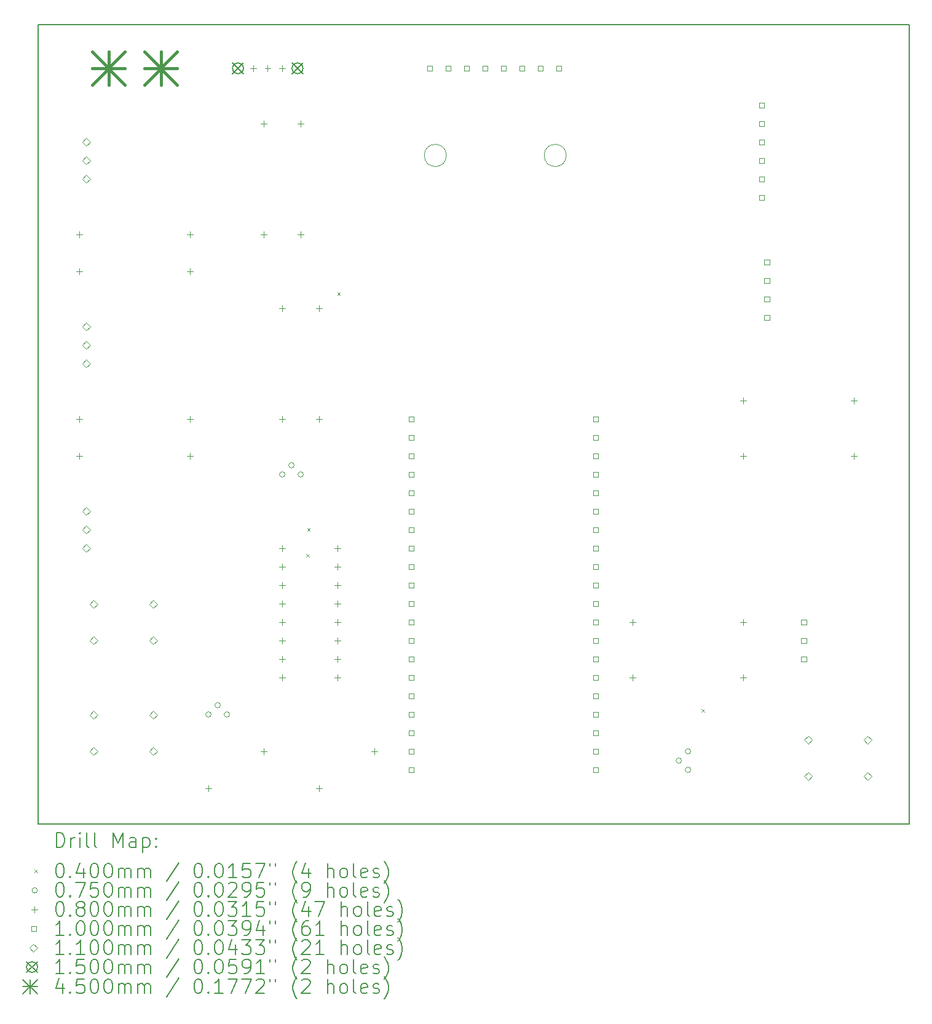
<source format=gbr>
%TF.GenerationSoftware,KiCad,Pcbnew,7.0.9-7.0.9~ubuntu22.04.1*%
%TF.CreationDate,2024-01-11T12:10:56+01:00*%
%TF.ProjectId,circuit,63697263-7569-4742-9e6b-696361645f70,rev?*%
%TF.SameCoordinates,Original*%
%TF.FileFunction,Drillmap*%
%TF.FilePolarity,Positive*%
%FSLAX45Y45*%
G04 Gerber Fmt 4.5, Leading zero omitted, Abs format (unit mm)*
G04 Created by KiCad (PCBNEW 7.0.9-7.0.9~ubuntu22.04.1) date 2024-01-11 12:10:56*
%MOMM*%
%LPD*%
G01*
G04 APERTURE LIST*
%ADD10C,0.150000*%
%ADD11C,0.100000*%
%ADD12C,0.200000*%
%ADD13C,0.110000*%
%ADD14C,0.450000*%
G04 APERTURE END LIST*
D10*
X19558000Y-3716000D02*
X7558000Y-3716000D01*
X19558000Y-5842000D02*
X19558000Y-14716000D01*
X19558000Y-5842000D02*
X19558000Y-3716000D01*
D11*
X14833600Y-5516800D02*
G75*
G03*
X14833600Y-5516800I-152400J0D01*
G01*
D10*
X7558000Y-3716000D02*
X7558000Y-14716000D01*
X19558000Y-14716000D02*
X7558000Y-14716000D01*
D11*
X13182600Y-5516800D02*
G75*
G03*
X13182600Y-5516800I-152400J0D01*
G01*
D12*
D11*
X11254940Y-10997980D02*
X11294940Y-11037980D01*
X11294940Y-10997980D02*
X11254940Y-11037980D01*
X11264400Y-10645550D02*
X11304400Y-10685550D01*
X11304400Y-10645550D02*
X11264400Y-10685550D01*
X11680550Y-7400320D02*
X11720550Y-7440320D01*
X11720550Y-7400320D02*
X11680550Y-7440320D01*
X16695780Y-13133500D02*
X16735780Y-13173500D01*
X16735780Y-13133500D02*
X16695780Y-13173500D01*
X9943500Y-13208000D02*
G75*
G03*
X9943500Y-13208000I-37500J0D01*
G01*
X10070500Y-13081000D02*
G75*
G03*
X10070500Y-13081000I-37500J0D01*
G01*
X10197500Y-13208000D02*
G75*
G03*
X10197500Y-13208000I-37500J0D01*
G01*
X10959500Y-9906000D02*
G75*
G03*
X10959500Y-9906000I-37500J0D01*
G01*
X11086500Y-9779000D02*
G75*
G03*
X11086500Y-9779000I-37500J0D01*
G01*
X11213500Y-9906000D02*
G75*
G03*
X11213500Y-9906000I-37500J0D01*
G01*
X16420500Y-13843000D02*
G75*
G03*
X16420500Y-13843000I-37500J0D01*
G01*
X16547500Y-13716000D02*
G75*
G03*
X16547500Y-13716000I-37500J0D01*
G01*
X16547500Y-13970000D02*
G75*
G03*
X16547500Y-13970000I-37500J0D01*
G01*
X8128000Y-6564000D02*
X8128000Y-6644000D01*
X8088000Y-6604000D02*
X8168000Y-6604000D01*
X8128000Y-7072000D02*
X8128000Y-7152000D01*
X8088000Y-7112000D02*
X8168000Y-7112000D01*
X8128000Y-9104000D02*
X8128000Y-9184000D01*
X8088000Y-9144000D02*
X8168000Y-9144000D01*
X8128000Y-9612000D02*
X8128000Y-9692000D01*
X8088000Y-9652000D02*
X8168000Y-9652000D01*
X9652000Y-6564000D02*
X9652000Y-6644000D01*
X9612000Y-6604000D02*
X9692000Y-6604000D01*
X9652000Y-7072000D02*
X9652000Y-7152000D01*
X9612000Y-7112000D02*
X9692000Y-7112000D01*
X9652000Y-9104000D02*
X9652000Y-9184000D01*
X9612000Y-9144000D02*
X9692000Y-9144000D01*
X9652000Y-9612000D02*
X9652000Y-9692000D01*
X9612000Y-9652000D02*
X9692000Y-9652000D01*
X9906000Y-14184000D02*
X9906000Y-14264000D01*
X9866000Y-14224000D02*
X9946000Y-14224000D01*
X10522000Y-4278000D02*
X10522000Y-4358000D01*
X10482000Y-4318000D02*
X10562000Y-4318000D01*
X10668000Y-5040000D02*
X10668000Y-5120000D01*
X10628000Y-5080000D02*
X10708000Y-5080000D01*
X10668000Y-6564000D02*
X10668000Y-6644000D01*
X10628000Y-6604000D02*
X10708000Y-6604000D01*
X10668000Y-13676000D02*
X10668000Y-13756000D01*
X10628000Y-13716000D02*
X10708000Y-13716000D01*
X10722000Y-4278000D02*
X10722000Y-4358000D01*
X10682000Y-4318000D02*
X10762000Y-4318000D01*
X10922000Y-4278000D02*
X10922000Y-4358000D01*
X10882000Y-4318000D02*
X10962000Y-4318000D01*
X10922000Y-7580000D02*
X10922000Y-7660000D01*
X10882000Y-7620000D02*
X10962000Y-7620000D01*
X10922000Y-9104000D02*
X10922000Y-9184000D01*
X10882000Y-9144000D02*
X10962000Y-9144000D01*
X10922000Y-10882000D02*
X10922000Y-10962000D01*
X10882000Y-10922000D02*
X10962000Y-10922000D01*
X10922000Y-11136000D02*
X10922000Y-11216000D01*
X10882000Y-11176000D02*
X10962000Y-11176000D01*
X10922000Y-11390000D02*
X10922000Y-11470000D01*
X10882000Y-11430000D02*
X10962000Y-11430000D01*
X10922000Y-11644000D02*
X10922000Y-11724000D01*
X10882000Y-11684000D02*
X10962000Y-11684000D01*
X10922000Y-11898000D02*
X10922000Y-11978000D01*
X10882000Y-11938000D02*
X10962000Y-11938000D01*
X10922000Y-12152000D02*
X10922000Y-12232000D01*
X10882000Y-12192000D02*
X10962000Y-12192000D01*
X10922000Y-12406000D02*
X10922000Y-12486000D01*
X10882000Y-12446000D02*
X10962000Y-12446000D01*
X10922000Y-12660000D02*
X10922000Y-12740000D01*
X10882000Y-12700000D02*
X10962000Y-12700000D01*
X11176000Y-5040000D02*
X11176000Y-5120000D01*
X11136000Y-5080000D02*
X11216000Y-5080000D01*
X11176000Y-6564000D02*
X11176000Y-6644000D01*
X11136000Y-6604000D02*
X11216000Y-6604000D01*
X11430000Y-7580000D02*
X11430000Y-7660000D01*
X11390000Y-7620000D02*
X11470000Y-7620000D01*
X11430000Y-9104000D02*
X11430000Y-9184000D01*
X11390000Y-9144000D02*
X11470000Y-9144000D01*
X11430000Y-14184000D02*
X11430000Y-14264000D01*
X11390000Y-14224000D02*
X11470000Y-14224000D01*
X11684000Y-10882000D02*
X11684000Y-10962000D01*
X11644000Y-10922000D02*
X11724000Y-10922000D01*
X11684000Y-11136000D02*
X11684000Y-11216000D01*
X11644000Y-11176000D02*
X11724000Y-11176000D01*
X11684000Y-11390000D02*
X11684000Y-11470000D01*
X11644000Y-11430000D02*
X11724000Y-11430000D01*
X11684000Y-11644000D02*
X11684000Y-11724000D01*
X11644000Y-11684000D02*
X11724000Y-11684000D01*
X11684000Y-11898000D02*
X11684000Y-11978000D01*
X11644000Y-11938000D02*
X11724000Y-11938000D01*
X11684000Y-12152000D02*
X11684000Y-12232000D01*
X11644000Y-12192000D02*
X11724000Y-12192000D01*
X11684000Y-12406000D02*
X11684000Y-12486000D01*
X11644000Y-12446000D02*
X11724000Y-12446000D01*
X11684000Y-12660000D02*
X11684000Y-12740000D01*
X11644000Y-12700000D02*
X11724000Y-12700000D01*
X12192000Y-13676000D02*
X12192000Y-13756000D01*
X12152000Y-13716000D02*
X12232000Y-13716000D01*
X15748000Y-11898000D02*
X15748000Y-11978000D01*
X15708000Y-11938000D02*
X15788000Y-11938000D01*
X15748000Y-12660000D02*
X15748000Y-12740000D01*
X15708000Y-12700000D02*
X15788000Y-12700000D01*
X17272000Y-8850000D02*
X17272000Y-8930000D01*
X17232000Y-8890000D02*
X17312000Y-8890000D01*
X17272000Y-9612000D02*
X17272000Y-9692000D01*
X17232000Y-9652000D02*
X17312000Y-9652000D01*
X17272000Y-11898000D02*
X17272000Y-11978000D01*
X17232000Y-11938000D02*
X17312000Y-11938000D01*
X17272000Y-12660000D02*
X17272000Y-12740000D01*
X17232000Y-12700000D02*
X17312000Y-12700000D01*
X18796000Y-8850000D02*
X18796000Y-8930000D01*
X18756000Y-8890000D02*
X18836000Y-8890000D01*
X18796000Y-9612000D02*
X18796000Y-9692000D01*
X18756000Y-9652000D02*
X18836000Y-9652000D01*
X12735356Y-9179356D02*
X12735356Y-9108644D01*
X12664644Y-9108644D01*
X12664644Y-9179356D01*
X12735356Y-9179356D01*
X12735356Y-9433356D02*
X12735356Y-9362644D01*
X12664644Y-9362644D01*
X12664644Y-9433356D01*
X12735356Y-9433356D01*
X12735356Y-9687356D02*
X12735356Y-9616644D01*
X12664644Y-9616644D01*
X12664644Y-9687356D01*
X12735356Y-9687356D01*
X12735356Y-9941356D02*
X12735356Y-9870644D01*
X12664644Y-9870644D01*
X12664644Y-9941356D01*
X12735356Y-9941356D01*
X12735356Y-10195356D02*
X12735356Y-10124644D01*
X12664644Y-10124644D01*
X12664644Y-10195356D01*
X12735356Y-10195356D01*
X12735356Y-10449356D02*
X12735356Y-10378644D01*
X12664644Y-10378644D01*
X12664644Y-10449356D01*
X12735356Y-10449356D01*
X12735356Y-10703356D02*
X12735356Y-10632644D01*
X12664644Y-10632644D01*
X12664644Y-10703356D01*
X12735356Y-10703356D01*
X12735356Y-10957356D02*
X12735356Y-10886644D01*
X12664644Y-10886644D01*
X12664644Y-10957356D01*
X12735356Y-10957356D01*
X12735356Y-11211356D02*
X12735356Y-11140644D01*
X12664644Y-11140644D01*
X12664644Y-11211356D01*
X12735356Y-11211356D01*
X12735356Y-11465356D02*
X12735356Y-11394644D01*
X12664644Y-11394644D01*
X12664644Y-11465356D01*
X12735356Y-11465356D01*
X12735356Y-11719356D02*
X12735356Y-11648644D01*
X12664644Y-11648644D01*
X12664644Y-11719356D01*
X12735356Y-11719356D01*
X12735356Y-11973356D02*
X12735356Y-11902644D01*
X12664644Y-11902644D01*
X12664644Y-11973356D01*
X12735356Y-11973356D01*
X12735356Y-12227356D02*
X12735356Y-12156644D01*
X12664644Y-12156644D01*
X12664644Y-12227356D01*
X12735356Y-12227356D01*
X12735356Y-12481356D02*
X12735356Y-12410644D01*
X12664644Y-12410644D01*
X12664644Y-12481356D01*
X12735356Y-12481356D01*
X12735356Y-12735356D02*
X12735356Y-12664644D01*
X12664644Y-12664644D01*
X12664644Y-12735356D01*
X12735356Y-12735356D01*
X12735356Y-12989356D02*
X12735356Y-12918644D01*
X12664644Y-12918644D01*
X12664644Y-12989356D01*
X12735356Y-12989356D01*
X12735356Y-13243356D02*
X12735356Y-13172644D01*
X12664644Y-13172644D01*
X12664644Y-13243356D01*
X12735356Y-13243356D01*
X12735356Y-13497356D02*
X12735356Y-13426644D01*
X12664644Y-13426644D01*
X12664644Y-13497356D01*
X12735356Y-13497356D01*
X12735356Y-13751356D02*
X12735356Y-13680644D01*
X12664644Y-13680644D01*
X12664644Y-13751356D01*
X12735356Y-13751356D01*
X12735356Y-14005356D02*
X12735356Y-13934644D01*
X12664644Y-13934644D01*
X12664644Y-14005356D01*
X12735356Y-14005356D01*
X12989356Y-4353356D02*
X12989356Y-4282644D01*
X12918644Y-4282644D01*
X12918644Y-4353356D01*
X12989356Y-4353356D01*
X13243356Y-4353356D02*
X13243356Y-4282644D01*
X13172644Y-4282644D01*
X13172644Y-4353356D01*
X13243356Y-4353356D01*
X13497356Y-4353356D02*
X13497356Y-4282644D01*
X13426644Y-4282644D01*
X13426644Y-4353356D01*
X13497356Y-4353356D01*
X13751356Y-4353356D02*
X13751356Y-4282644D01*
X13680644Y-4282644D01*
X13680644Y-4353356D01*
X13751356Y-4353356D01*
X14005356Y-4353356D02*
X14005356Y-4282644D01*
X13934644Y-4282644D01*
X13934644Y-4353356D01*
X14005356Y-4353356D01*
X14259356Y-4353356D02*
X14259356Y-4282644D01*
X14188644Y-4282644D01*
X14188644Y-4353356D01*
X14259356Y-4353356D01*
X14513356Y-4353356D02*
X14513356Y-4282644D01*
X14442644Y-4282644D01*
X14442644Y-4353356D01*
X14513356Y-4353356D01*
X14767356Y-4353356D02*
X14767356Y-4282644D01*
X14696644Y-4282644D01*
X14696644Y-4353356D01*
X14767356Y-4353356D01*
X15275356Y-9179356D02*
X15275356Y-9108644D01*
X15204644Y-9108644D01*
X15204644Y-9179356D01*
X15275356Y-9179356D01*
X15275356Y-9433356D02*
X15275356Y-9362644D01*
X15204644Y-9362644D01*
X15204644Y-9433356D01*
X15275356Y-9433356D01*
X15275356Y-9687356D02*
X15275356Y-9616644D01*
X15204644Y-9616644D01*
X15204644Y-9687356D01*
X15275356Y-9687356D01*
X15275356Y-9941356D02*
X15275356Y-9870644D01*
X15204644Y-9870644D01*
X15204644Y-9941356D01*
X15275356Y-9941356D01*
X15275356Y-10195356D02*
X15275356Y-10124644D01*
X15204644Y-10124644D01*
X15204644Y-10195356D01*
X15275356Y-10195356D01*
X15275356Y-10449356D02*
X15275356Y-10378644D01*
X15204644Y-10378644D01*
X15204644Y-10449356D01*
X15275356Y-10449356D01*
X15275356Y-10703356D02*
X15275356Y-10632644D01*
X15204644Y-10632644D01*
X15204644Y-10703356D01*
X15275356Y-10703356D01*
X15275356Y-10957356D02*
X15275356Y-10886644D01*
X15204644Y-10886644D01*
X15204644Y-10957356D01*
X15275356Y-10957356D01*
X15275356Y-11211356D02*
X15275356Y-11140644D01*
X15204644Y-11140644D01*
X15204644Y-11211356D01*
X15275356Y-11211356D01*
X15275356Y-11465356D02*
X15275356Y-11394644D01*
X15204644Y-11394644D01*
X15204644Y-11465356D01*
X15275356Y-11465356D01*
X15275356Y-11719356D02*
X15275356Y-11648644D01*
X15204644Y-11648644D01*
X15204644Y-11719356D01*
X15275356Y-11719356D01*
X15275356Y-11973356D02*
X15275356Y-11902644D01*
X15204644Y-11902644D01*
X15204644Y-11973356D01*
X15275356Y-11973356D01*
X15275356Y-12227356D02*
X15275356Y-12156644D01*
X15204644Y-12156644D01*
X15204644Y-12227356D01*
X15275356Y-12227356D01*
X15275356Y-12481356D02*
X15275356Y-12410644D01*
X15204644Y-12410644D01*
X15204644Y-12481356D01*
X15275356Y-12481356D01*
X15275356Y-12735356D02*
X15275356Y-12664644D01*
X15204644Y-12664644D01*
X15204644Y-12735356D01*
X15275356Y-12735356D01*
X15275356Y-12989356D02*
X15275356Y-12918644D01*
X15204644Y-12918644D01*
X15204644Y-12989356D01*
X15275356Y-12989356D01*
X15275356Y-13243356D02*
X15275356Y-13172644D01*
X15204644Y-13172644D01*
X15204644Y-13243356D01*
X15275356Y-13243356D01*
X15275356Y-13497356D02*
X15275356Y-13426644D01*
X15204644Y-13426644D01*
X15204644Y-13497356D01*
X15275356Y-13497356D01*
X15275356Y-13751356D02*
X15275356Y-13680644D01*
X15204644Y-13680644D01*
X15204644Y-13751356D01*
X15275356Y-13751356D01*
X15275356Y-14005356D02*
X15275356Y-13934644D01*
X15204644Y-13934644D01*
X15204644Y-14005356D01*
X15275356Y-14005356D01*
X17561356Y-4861356D02*
X17561356Y-4790644D01*
X17490644Y-4790644D01*
X17490644Y-4861356D01*
X17561356Y-4861356D01*
X17561356Y-5115356D02*
X17561356Y-5044644D01*
X17490644Y-5044644D01*
X17490644Y-5115356D01*
X17561356Y-5115356D01*
X17561356Y-5369356D02*
X17561356Y-5298644D01*
X17490644Y-5298644D01*
X17490644Y-5369356D01*
X17561356Y-5369356D01*
X17561356Y-5623356D02*
X17561356Y-5552644D01*
X17490644Y-5552644D01*
X17490644Y-5623356D01*
X17561356Y-5623356D01*
X17561356Y-5877356D02*
X17561356Y-5806644D01*
X17490644Y-5806644D01*
X17490644Y-5877356D01*
X17561356Y-5877356D01*
X17561356Y-6131356D02*
X17561356Y-6060644D01*
X17490644Y-6060644D01*
X17490644Y-6131356D01*
X17561356Y-6131356D01*
X17631856Y-7021356D02*
X17631856Y-6950644D01*
X17561144Y-6950644D01*
X17561144Y-7021356D01*
X17631856Y-7021356D01*
X17631856Y-7275356D02*
X17631856Y-7204644D01*
X17561144Y-7204644D01*
X17561144Y-7275356D01*
X17631856Y-7275356D01*
X17631856Y-7529356D02*
X17631856Y-7458644D01*
X17561144Y-7458644D01*
X17561144Y-7529356D01*
X17631856Y-7529356D01*
X17631856Y-7783356D02*
X17631856Y-7712644D01*
X17561144Y-7712644D01*
X17561144Y-7783356D01*
X17631856Y-7783356D01*
X18139856Y-11974856D02*
X18139856Y-11904144D01*
X18069144Y-11904144D01*
X18069144Y-11974856D01*
X18139856Y-11974856D01*
X18139856Y-12228856D02*
X18139856Y-12158144D01*
X18069144Y-12158144D01*
X18069144Y-12228856D01*
X18139856Y-12228856D01*
X18139856Y-12482856D02*
X18139856Y-12412144D01*
X18069144Y-12412144D01*
X18069144Y-12482856D01*
X18139856Y-12482856D01*
D13*
X8221000Y-5389000D02*
X8276000Y-5334000D01*
X8221000Y-5279000D01*
X8166000Y-5334000D01*
X8221000Y-5389000D01*
X8221000Y-5643000D02*
X8276000Y-5588000D01*
X8221000Y-5533000D01*
X8166000Y-5588000D01*
X8221000Y-5643000D01*
X8221000Y-5897000D02*
X8276000Y-5842000D01*
X8221000Y-5787000D01*
X8166000Y-5842000D01*
X8221000Y-5897000D01*
X8221000Y-7929000D02*
X8276000Y-7874000D01*
X8221000Y-7819000D01*
X8166000Y-7874000D01*
X8221000Y-7929000D01*
X8221000Y-8183000D02*
X8276000Y-8128000D01*
X8221000Y-8073000D01*
X8166000Y-8128000D01*
X8221000Y-8183000D01*
X8221000Y-8437000D02*
X8276000Y-8382000D01*
X8221000Y-8327000D01*
X8166000Y-8382000D01*
X8221000Y-8437000D01*
X8221000Y-10469000D02*
X8276000Y-10414000D01*
X8221000Y-10359000D01*
X8166000Y-10414000D01*
X8221000Y-10469000D01*
X8221000Y-10723000D02*
X8276000Y-10668000D01*
X8221000Y-10613000D01*
X8166000Y-10668000D01*
X8221000Y-10723000D01*
X8221000Y-10977000D02*
X8276000Y-10922000D01*
X8221000Y-10867000D01*
X8166000Y-10922000D01*
X8221000Y-10977000D01*
X8324000Y-11747000D02*
X8379000Y-11692000D01*
X8324000Y-11637000D01*
X8269000Y-11692000D01*
X8324000Y-11747000D01*
X8324000Y-12247000D02*
X8379000Y-12192000D01*
X8324000Y-12137000D01*
X8269000Y-12192000D01*
X8324000Y-12247000D01*
X8324000Y-13271000D02*
X8379000Y-13216000D01*
X8324000Y-13161000D01*
X8269000Y-13216000D01*
X8324000Y-13271000D01*
X8324000Y-13771000D02*
X8379000Y-13716000D01*
X8324000Y-13661000D01*
X8269000Y-13716000D01*
X8324000Y-13771000D01*
X9144000Y-11747000D02*
X9199000Y-11692000D01*
X9144000Y-11637000D01*
X9089000Y-11692000D01*
X9144000Y-11747000D01*
X9144000Y-12247000D02*
X9199000Y-12192000D01*
X9144000Y-12137000D01*
X9089000Y-12192000D01*
X9144000Y-12247000D01*
X9144000Y-13271000D02*
X9199000Y-13216000D01*
X9144000Y-13161000D01*
X9089000Y-13216000D01*
X9144000Y-13271000D01*
X9144000Y-13771000D02*
X9199000Y-13716000D01*
X9144000Y-13661000D01*
X9089000Y-13716000D01*
X9144000Y-13771000D01*
X18164250Y-13611000D02*
X18219250Y-13556000D01*
X18164250Y-13501000D01*
X18109250Y-13556000D01*
X18164250Y-13611000D01*
X18164250Y-14111000D02*
X18219250Y-14056000D01*
X18164250Y-14001000D01*
X18109250Y-14056000D01*
X18164250Y-14111000D01*
X18984250Y-13611000D02*
X19039250Y-13556000D01*
X18984250Y-13501000D01*
X18929250Y-13556000D01*
X18984250Y-13611000D01*
X18984250Y-14111000D02*
X19039250Y-14056000D01*
X18984250Y-14001000D01*
X18929250Y-14056000D01*
X18984250Y-14111000D01*
D10*
X10237000Y-4243000D02*
X10387000Y-4393000D01*
X10387000Y-4243000D02*
X10237000Y-4393000D01*
X10387000Y-4318000D02*
G75*
G03*
X10387000Y-4318000I-75000J0D01*
G01*
X11057000Y-4243000D02*
X11207000Y-4393000D01*
X11207000Y-4243000D02*
X11057000Y-4393000D01*
X11207000Y-4318000D02*
G75*
G03*
X11207000Y-4318000I-75000J0D01*
G01*
D14*
X8305000Y-4093000D02*
X8755000Y-4543000D01*
X8755000Y-4093000D02*
X8305000Y-4543000D01*
X8530000Y-4093000D02*
X8530000Y-4543000D01*
X8305000Y-4318000D02*
X8755000Y-4318000D01*
X9025000Y-4093000D02*
X9475000Y-4543000D01*
X9475000Y-4093000D02*
X9025000Y-4543000D01*
X9250000Y-4093000D02*
X9250000Y-4543000D01*
X9025000Y-4318000D02*
X9475000Y-4318000D01*
D12*
X7811277Y-15034984D02*
X7811277Y-14834984D01*
X7811277Y-14834984D02*
X7858896Y-14834984D01*
X7858896Y-14834984D02*
X7887467Y-14844508D01*
X7887467Y-14844508D02*
X7906515Y-14863555D01*
X7906515Y-14863555D02*
X7916039Y-14882603D01*
X7916039Y-14882603D02*
X7925562Y-14920698D01*
X7925562Y-14920698D02*
X7925562Y-14949269D01*
X7925562Y-14949269D02*
X7916039Y-14987365D01*
X7916039Y-14987365D02*
X7906515Y-15006412D01*
X7906515Y-15006412D02*
X7887467Y-15025460D01*
X7887467Y-15025460D02*
X7858896Y-15034984D01*
X7858896Y-15034984D02*
X7811277Y-15034984D01*
X8011277Y-15034984D02*
X8011277Y-14901650D01*
X8011277Y-14939746D02*
X8020801Y-14920698D01*
X8020801Y-14920698D02*
X8030324Y-14911174D01*
X8030324Y-14911174D02*
X8049372Y-14901650D01*
X8049372Y-14901650D02*
X8068420Y-14901650D01*
X8135086Y-15034984D02*
X8135086Y-14901650D01*
X8135086Y-14834984D02*
X8125562Y-14844508D01*
X8125562Y-14844508D02*
X8135086Y-14854031D01*
X8135086Y-14854031D02*
X8144610Y-14844508D01*
X8144610Y-14844508D02*
X8135086Y-14834984D01*
X8135086Y-14834984D02*
X8135086Y-14854031D01*
X8258896Y-15034984D02*
X8239848Y-15025460D01*
X8239848Y-15025460D02*
X8230324Y-15006412D01*
X8230324Y-15006412D02*
X8230324Y-14834984D01*
X8363658Y-15034984D02*
X8344610Y-15025460D01*
X8344610Y-15025460D02*
X8335086Y-15006412D01*
X8335086Y-15006412D02*
X8335086Y-14834984D01*
X8592229Y-15034984D02*
X8592229Y-14834984D01*
X8592229Y-14834984D02*
X8658896Y-14977841D01*
X8658896Y-14977841D02*
X8725563Y-14834984D01*
X8725563Y-14834984D02*
X8725563Y-15034984D01*
X8906515Y-15034984D02*
X8906515Y-14930222D01*
X8906515Y-14930222D02*
X8896991Y-14911174D01*
X8896991Y-14911174D02*
X8877944Y-14901650D01*
X8877944Y-14901650D02*
X8839848Y-14901650D01*
X8839848Y-14901650D02*
X8820801Y-14911174D01*
X8906515Y-15025460D02*
X8887467Y-15034984D01*
X8887467Y-15034984D02*
X8839848Y-15034984D01*
X8839848Y-15034984D02*
X8820801Y-15025460D01*
X8820801Y-15025460D02*
X8811277Y-15006412D01*
X8811277Y-15006412D02*
X8811277Y-14987365D01*
X8811277Y-14987365D02*
X8820801Y-14968317D01*
X8820801Y-14968317D02*
X8839848Y-14958793D01*
X8839848Y-14958793D02*
X8887467Y-14958793D01*
X8887467Y-14958793D02*
X8906515Y-14949269D01*
X9001753Y-14901650D02*
X9001753Y-15101650D01*
X9001753Y-14911174D02*
X9020801Y-14901650D01*
X9020801Y-14901650D02*
X9058896Y-14901650D01*
X9058896Y-14901650D02*
X9077944Y-14911174D01*
X9077944Y-14911174D02*
X9087467Y-14920698D01*
X9087467Y-14920698D02*
X9096991Y-14939746D01*
X9096991Y-14939746D02*
X9096991Y-14996888D01*
X9096991Y-14996888D02*
X9087467Y-15015936D01*
X9087467Y-15015936D02*
X9077944Y-15025460D01*
X9077944Y-15025460D02*
X9058896Y-15034984D01*
X9058896Y-15034984D02*
X9020801Y-15034984D01*
X9020801Y-15034984D02*
X9001753Y-15025460D01*
X9182705Y-15015936D02*
X9192229Y-15025460D01*
X9192229Y-15025460D02*
X9182705Y-15034984D01*
X9182705Y-15034984D02*
X9173182Y-15025460D01*
X9173182Y-15025460D02*
X9182705Y-15015936D01*
X9182705Y-15015936D02*
X9182705Y-15034984D01*
X9182705Y-14911174D02*
X9192229Y-14920698D01*
X9192229Y-14920698D02*
X9182705Y-14930222D01*
X9182705Y-14930222D02*
X9173182Y-14920698D01*
X9173182Y-14920698D02*
X9182705Y-14911174D01*
X9182705Y-14911174D02*
X9182705Y-14930222D01*
D11*
X7510500Y-15343500D02*
X7550500Y-15383500D01*
X7550500Y-15343500D02*
X7510500Y-15383500D01*
D12*
X7849372Y-15254984D02*
X7868420Y-15254984D01*
X7868420Y-15254984D02*
X7887467Y-15264508D01*
X7887467Y-15264508D02*
X7896991Y-15274031D01*
X7896991Y-15274031D02*
X7906515Y-15293079D01*
X7906515Y-15293079D02*
X7916039Y-15331174D01*
X7916039Y-15331174D02*
X7916039Y-15378793D01*
X7916039Y-15378793D02*
X7906515Y-15416888D01*
X7906515Y-15416888D02*
X7896991Y-15435936D01*
X7896991Y-15435936D02*
X7887467Y-15445460D01*
X7887467Y-15445460D02*
X7868420Y-15454984D01*
X7868420Y-15454984D02*
X7849372Y-15454984D01*
X7849372Y-15454984D02*
X7830324Y-15445460D01*
X7830324Y-15445460D02*
X7820801Y-15435936D01*
X7820801Y-15435936D02*
X7811277Y-15416888D01*
X7811277Y-15416888D02*
X7801753Y-15378793D01*
X7801753Y-15378793D02*
X7801753Y-15331174D01*
X7801753Y-15331174D02*
X7811277Y-15293079D01*
X7811277Y-15293079D02*
X7820801Y-15274031D01*
X7820801Y-15274031D02*
X7830324Y-15264508D01*
X7830324Y-15264508D02*
X7849372Y-15254984D01*
X8001753Y-15435936D02*
X8011277Y-15445460D01*
X8011277Y-15445460D02*
X8001753Y-15454984D01*
X8001753Y-15454984D02*
X7992229Y-15445460D01*
X7992229Y-15445460D02*
X8001753Y-15435936D01*
X8001753Y-15435936D02*
X8001753Y-15454984D01*
X8182705Y-15321650D02*
X8182705Y-15454984D01*
X8135086Y-15245460D02*
X8087467Y-15388317D01*
X8087467Y-15388317D02*
X8211277Y-15388317D01*
X8325562Y-15254984D02*
X8344610Y-15254984D01*
X8344610Y-15254984D02*
X8363658Y-15264508D01*
X8363658Y-15264508D02*
X8373182Y-15274031D01*
X8373182Y-15274031D02*
X8382705Y-15293079D01*
X8382705Y-15293079D02*
X8392229Y-15331174D01*
X8392229Y-15331174D02*
X8392229Y-15378793D01*
X8392229Y-15378793D02*
X8382705Y-15416888D01*
X8382705Y-15416888D02*
X8373182Y-15435936D01*
X8373182Y-15435936D02*
X8363658Y-15445460D01*
X8363658Y-15445460D02*
X8344610Y-15454984D01*
X8344610Y-15454984D02*
X8325562Y-15454984D01*
X8325562Y-15454984D02*
X8306515Y-15445460D01*
X8306515Y-15445460D02*
X8296991Y-15435936D01*
X8296991Y-15435936D02*
X8287467Y-15416888D01*
X8287467Y-15416888D02*
X8277943Y-15378793D01*
X8277943Y-15378793D02*
X8277943Y-15331174D01*
X8277943Y-15331174D02*
X8287467Y-15293079D01*
X8287467Y-15293079D02*
X8296991Y-15274031D01*
X8296991Y-15274031D02*
X8306515Y-15264508D01*
X8306515Y-15264508D02*
X8325562Y-15254984D01*
X8516039Y-15254984D02*
X8535086Y-15254984D01*
X8535086Y-15254984D02*
X8554134Y-15264508D01*
X8554134Y-15264508D02*
X8563658Y-15274031D01*
X8563658Y-15274031D02*
X8573182Y-15293079D01*
X8573182Y-15293079D02*
X8582705Y-15331174D01*
X8582705Y-15331174D02*
X8582705Y-15378793D01*
X8582705Y-15378793D02*
X8573182Y-15416888D01*
X8573182Y-15416888D02*
X8563658Y-15435936D01*
X8563658Y-15435936D02*
X8554134Y-15445460D01*
X8554134Y-15445460D02*
X8535086Y-15454984D01*
X8535086Y-15454984D02*
X8516039Y-15454984D01*
X8516039Y-15454984D02*
X8496991Y-15445460D01*
X8496991Y-15445460D02*
X8487467Y-15435936D01*
X8487467Y-15435936D02*
X8477944Y-15416888D01*
X8477944Y-15416888D02*
X8468420Y-15378793D01*
X8468420Y-15378793D02*
X8468420Y-15331174D01*
X8468420Y-15331174D02*
X8477944Y-15293079D01*
X8477944Y-15293079D02*
X8487467Y-15274031D01*
X8487467Y-15274031D02*
X8496991Y-15264508D01*
X8496991Y-15264508D02*
X8516039Y-15254984D01*
X8668420Y-15454984D02*
X8668420Y-15321650D01*
X8668420Y-15340698D02*
X8677944Y-15331174D01*
X8677944Y-15331174D02*
X8696991Y-15321650D01*
X8696991Y-15321650D02*
X8725563Y-15321650D01*
X8725563Y-15321650D02*
X8744610Y-15331174D01*
X8744610Y-15331174D02*
X8754134Y-15350222D01*
X8754134Y-15350222D02*
X8754134Y-15454984D01*
X8754134Y-15350222D02*
X8763658Y-15331174D01*
X8763658Y-15331174D02*
X8782705Y-15321650D01*
X8782705Y-15321650D02*
X8811277Y-15321650D01*
X8811277Y-15321650D02*
X8830325Y-15331174D01*
X8830325Y-15331174D02*
X8839848Y-15350222D01*
X8839848Y-15350222D02*
X8839848Y-15454984D01*
X8935086Y-15454984D02*
X8935086Y-15321650D01*
X8935086Y-15340698D02*
X8944610Y-15331174D01*
X8944610Y-15331174D02*
X8963658Y-15321650D01*
X8963658Y-15321650D02*
X8992229Y-15321650D01*
X8992229Y-15321650D02*
X9011277Y-15331174D01*
X9011277Y-15331174D02*
X9020801Y-15350222D01*
X9020801Y-15350222D02*
X9020801Y-15454984D01*
X9020801Y-15350222D02*
X9030325Y-15331174D01*
X9030325Y-15331174D02*
X9049372Y-15321650D01*
X9049372Y-15321650D02*
X9077944Y-15321650D01*
X9077944Y-15321650D02*
X9096991Y-15331174D01*
X9096991Y-15331174D02*
X9106515Y-15350222D01*
X9106515Y-15350222D02*
X9106515Y-15454984D01*
X9496991Y-15245460D02*
X9325563Y-15502603D01*
X9754134Y-15254984D02*
X9773182Y-15254984D01*
X9773182Y-15254984D02*
X9792229Y-15264508D01*
X9792229Y-15264508D02*
X9801753Y-15274031D01*
X9801753Y-15274031D02*
X9811277Y-15293079D01*
X9811277Y-15293079D02*
X9820801Y-15331174D01*
X9820801Y-15331174D02*
X9820801Y-15378793D01*
X9820801Y-15378793D02*
X9811277Y-15416888D01*
X9811277Y-15416888D02*
X9801753Y-15435936D01*
X9801753Y-15435936D02*
X9792229Y-15445460D01*
X9792229Y-15445460D02*
X9773182Y-15454984D01*
X9773182Y-15454984D02*
X9754134Y-15454984D01*
X9754134Y-15454984D02*
X9735087Y-15445460D01*
X9735087Y-15445460D02*
X9725563Y-15435936D01*
X9725563Y-15435936D02*
X9716039Y-15416888D01*
X9716039Y-15416888D02*
X9706515Y-15378793D01*
X9706515Y-15378793D02*
X9706515Y-15331174D01*
X9706515Y-15331174D02*
X9716039Y-15293079D01*
X9716039Y-15293079D02*
X9725563Y-15274031D01*
X9725563Y-15274031D02*
X9735087Y-15264508D01*
X9735087Y-15264508D02*
X9754134Y-15254984D01*
X9906515Y-15435936D02*
X9916039Y-15445460D01*
X9916039Y-15445460D02*
X9906515Y-15454984D01*
X9906515Y-15454984D02*
X9896991Y-15445460D01*
X9896991Y-15445460D02*
X9906515Y-15435936D01*
X9906515Y-15435936D02*
X9906515Y-15454984D01*
X10039848Y-15254984D02*
X10058896Y-15254984D01*
X10058896Y-15254984D02*
X10077944Y-15264508D01*
X10077944Y-15264508D02*
X10087468Y-15274031D01*
X10087468Y-15274031D02*
X10096991Y-15293079D01*
X10096991Y-15293079D02*
X10106515Y-15331174D01*
X10106515Y-15331174D02*
X10106515Y-15378793D01*
X10106515Y-15378793D02*
X10096991Y-15416888D01*
X10096991Y-15416888D02*
X10087468Y-15435936D01*
X10087468Y-15435936D02*
X10077944Y-15445460D01*
X10077944Y-15445460D02*
X10058896Y-15454984D01*
X10058896Y-15454984D02*
X10039848Y-15454984D01*
X10039848Y-15454984D02*
X10020801Y-15445460D01*
X10020801Y-15445460D02*
X10011277Y-15435936D01*
X10011277Y-15435936D02*
X10001753Y-15416888D01*
X10001753Y-15416888D02*
X9992229Y-15378793D01*
X9992229Y-15378793D02*
X9992229Y-15331174D01*
X9992229Y-15331174D02*
X10001753Y-15293079D01*
X10001753Y-15293079D02*
X10011277Y-15274031D01*
X10011277Y-15274031D02*
X10020801Y-15264508D01*
X10020801Y-15264508D02*
X10039848Y-15254984D01*
X10296991Y-15454984D02*
X10182706Y-15454984D01*
X10239848Y-15454984D02*
X10239848Y-15254984D01*
X10239848Y-15254984D02*
X10220801Y-15283555D01*
X10220801Y-15283555D02*
X10201753Y-15302603D01*
X10201753Y-15302603D02*
X10182706Y-15312127D01*
X10477944Y-15254984D02*
X10382706Y-15254984D01*
X10382706Y-15254984D02*
X10373182Y-15350222D01*
X10373182Y-15350222D02*
X10382706Y-15340698D01*
X10382706Y-15340698D02*
X10401753Y-15331174D01*
X10401753Y-15331174D02*
X10449372Y-15331174D01*
X10449372Y-15331174D02*
X10468420Y-15340698D01*
X10468420Y-15340698D02*
X10477944Y-15350222D01*
X10477944Y-15350222D02*
X10487468Y-15369269D01*
X10487468Y-15369269D02*
X10487468Y-15416888D01*
X10487468Y-15416888D02*
X10477944Y-15435936D01*
X10477944Y-15435936D02*
X10468420Y-15445460D01*
X10468420Y-15445460D02*
X10449372Y-15454984D01*
X10449372Y-15454984D02*
X10401753Y-15454984D01*
X10401753Y-15454984D02*
X10382706Y-15445460D01*
X10382706Y-15445460D02*
X10373182Y-15435936D01*
X10554134Y-15254984D02*
X10687468Y-15254984D01*
X10687468Y-15254984D02*
X10601753Y-15454984D01*
X10754134Y-15254984D02*
X10754134Y-15293079D01*
X10830325Y-15254984D02*
X10830325Y-15293079D01*
X11125563Y-15531174D02*
X11116039Y-15521650D01*
X11116039Y-15521650D02*
X11096991Y-15493079D01*
X11096991Y-15493079D02*
X11087468Y-15474031D01*
X11087468Y-15474031D02*
X11077944Y-15445460D01*
X11077944Y-15445460D02*
X11068420Y-15397841D01*
X11068420Y-15397841D02*
X11068420Y-15359746D01*
X11068420Y-15359746D02*
X11077944Y-15312127D01*
X11077944Y-15312127D02*
X11087468Y-15283555D01*
X11087468Y-15283555D02*
X11096991Y-15264508D01*
X11096991Y-15264508D02*
X11116039Y-15235936D01*
X11116039Y-15235936D02*
X11125563Y-15226412D01*
X11287468Y-15321650D02*
X11287468Y-15454984D01*
X11239848Y-15245460D02*
X11192229Y-15388317D01*
X11192229Y-15388317D02*
X11316039Y-15388317D01*
X11544610Y-15454984D02*
X11544610Y-15254984D01*
X11630325Y-15454984D02*
X11630325Y-15350222D01*
X11630325Y-15350222D02*
X11620801Y-15331174D01*
X11620801Y-15331174D02*
X11601753Y-15321650D01*
X11601753Y-15321650D02*
X11573182Y-15321650D01*
X11573182Y-15321650D02*
X11554134Y-15331174D01*
X11554134Y-15331174D02*
X11544610Y-15340698D01*
X11754134Y-15454984D02*
X11735087Y-15445460D01*
X11735087Y-15445460D02*
X11725563Y-15435936D01*
X11725563Y-15435936D02*
X11716039Y-15416888D01*
X11716039Y-15416888D02*
X11716039Y-15359746D01*
X11716039Y-15359746D02*
X11725563Y-15340698D01*
X11725563Y-15340698D02*
X11735087Y-15331174D01*
X11735087Y-15331174D02*
X11754134Y-15321650D01*
X11754134Y-15321650D02*
X11782706Y-15321650D01*
X11782706Y-15321650D02*
X11801753Y-15331174D01*
X11801753Y-15331174D02*
X11811277Y-15340698D01*
X11811277Y-15340698D02*
X11820801Y-15359746D01*
X11820801Y-15359746D02*
X11820801Y-15416888D01*
X11820801Y-15416888D02*
X11811277Y-15435936D01*
X11811277Y-15435936D02*
X11801753Y-15445460D01*
X11801753Y-15445460D02*
X11782706Y-15454984D01*
X11782706Y-15454984D02*
X11754134Y-15454984D01*
X11935087Y-15454984D02*
X11916039Y-15445460D01*
X11916039Y-15445460D02*
X11906515Y-15426412D01*
X11906515Y-15426412D02*
X11906515Y-15254984D01*
X12087468Y-15445460D02*
X12068420Y-15454984D01*
X12068420Y-15454984D02*
X12030325Y-15454984D01*
X12030325Y-15454984D02*
X12011277Y-15445460D01*
X12011277Y-15445460D02*
X12001753Y-15426412D01*
X12001753Y-15426412D02*
X12001753Y-15350222D01*
X12001753Y-15350222D02*
X12011277Y-15331174D01*
X12011277Y-15331174D02*
X12030325Y-15321650D01*
X12030325Y-15321650D02*
X12068420Y-15321650D01*
X12068420Y-15321650D02*
X12087468Y-15331174D01*
X12087468Y-15331174D02*
X12096991Y-15350222D01*
X12096991Y-15350222D02*
X12096991Y-15369269D01*
X12096991Y-15369269D02*
X12001753Y-15388317D01*
X12173182Y-15445460D02*
X12192230Y-15454984D01*
X12192230Y-15454984D02*
X12230325Y-15454984D01*
X12230325Y-15454984D02*
X12249372Y-15445460D01*
X12249372Y-15445460D02*
X12258896Y-15426412D01*
X12258896Y-15426412D02*
X12258896Y-15416888D01*
X12258896Y-15416888D02*
X12249372Y-15397841D01*
X12249372Y-15397841D02*
X12230325Y-15388317D01*
X12230325Y-15388317D02*
X12201753Y-15388317D01*
X12201753Y-15388317D02*
X12182706Y-15378793D01*
X12182706Y-15378793D02*
X12173182Y-15359746D01*
X12173182Y-15359746D02*
X12173182Y-15350222D01*
X12173182Y-15350222D02*
X12182706Y-15331174D01*
X12182706Y-15331174D02*
X12201753Y-15321650D01*
X12201753Y-15321650D02*
X12230325Y-15321650D01*
X12230325Y-15321650D02*
X12249372Y-15331174D01*
X12325563Y-15531174D02*
X12335087Y-15521650D01*
X12335087Y-15521650D02*
X12354134Y-15493079D01*
X12354134Y-15493079D02*
X12363658Y-15474031D01*
X12363658Y-15474031D02*
X12373182Y-15445460D01*
X12373182Y-15445460D02*
X12382706Y-15397841D01*
X12382706Y-15397841D02*
X12382706Y-15359746D01*
X12382706Y-15359746D02*
X12373182Y-15312127D01*
X12373182Y-15312127D02*
X12363658Y-15283555D01*
X12363658Y-15283555D02*
X12354134Y-15264508D01*
X12354134Y-15264508D02*
X12335087Y-15235936D01*
X12335087Y-15235936D02*
X12325563Y-15226412D01*
D11*
X7550500Y-15627500D02*
G75*
G03*
X7550500Y-15627500I-37500J0D01*
G01*
D12*
X7849372Y-15518984D02*
X7868420Y-15518984D01*
X7868420Y-15518984D02*
X7887467Y-15528508D01*
X7887467Y-15528508D02*
X7896991Y-15538031D01*
X7896991Y-15538031D02*
X7906515Y-15557079D01*
X7906515Y-15557079D02*
X7916039Y-15595174D01*
X7916039Y-15595174D02*
X7916039Y-15642793D01*
X7916039Y-15642793D02*
X7906515Y-15680888D01*
X7906515Y-15680888D02*
X7896991Y-15699936D01*
X7896991Y-15699936D02*
X7887467Y-15709460D01*
X7887467Y-15709460D02*
X7868420Y-15718984D01*
X7868420Y-15718984D02*
X7849372Y-15718984D01*
X7849372Y-15718984D02*
X7830324Y-15709460D01*
X7830324Y-15709460D02*
X7820801Y-15699936D01*
X7820801Y-15699936D02*
X7811277Y-15680888D01*
X7811277Y-15680888D02*
X7801753Y-15642793D01*
X7801753Y-15642793D02*
X7801753Y-15595174D01*
X7801753Y-15595174D02*
X7811277Y-15557079D01*
X7811277Y-15557079D02*
X7820801Y-15538031D01*
X7820801Y-15538031D02*
X7830324Y-15528508D01*
X7830324Y-15528508D02*
X7849372Y-15518984D01*
X8001753Y-15699936D02*
X8011277Y-15709460D01*
X8011277Y-15709460D02*
X8001753Y-15718984D01*
X8001753Y-15718984D02*
X7992229Y-15709460D01*
X7992229Y-15709460D02*
X8001753Y-15699936D01*
X8001753Y-15699936D02*
X8001753Y-15718984D01*
X8077943Y-15518984D02*
X8211277Y-15518984D01*
X8211277Y-15518984D02*
X8125562Y-15718984D01*
X8382705Y-15518984D02*
X8287467Y-15518984D01*
X8287467Y-15518984D02*
X8277943Y-15614222D01*
X8277943Y-15614222D02*
X8287467Y-15604698D01*
X8287467Y-15604698D02*
X8306515Y-15595174D01*
X8306515Y-15595174D02*
X8354134Y-15595174D01*
X8354134Y-15595174D02*
X8373182Y-15604698D01*
X8373182Y-15604698D02*
X8382705Y-15614222D01*
X8382705Y-15614222D02*
X8392229Y-15633269D01*
X8392229Y-15633269D02*
X8392229Y-15680888D01*
X8392229Y-15680888D02*
X8382705Y-15699936D01*
X8382705Y-15699936D02*
X8373182Y-15709460D01*
X8373182Y-15709460D02*
X8354134Y-15718984D01*
X8354134Y-15718984D02*
X8306515Y-15718984D01*
X8306515Y-15718984D02*
X8287467Y-15709460D01*
X8287467Y-15709460D02*
X8277943Y-15699936D01*
X8516039Y-15518984D02*
X8535086Y-15518984D01*
X8535086Y-15518984D02*
X8554134Y-15528508D01*
X8554134Y-15528508D02*
X8563658Y-15538031D01*
X8563658Y-15538031D02*
X8573182Y-15557079D01*
X8573182Y-15557079D02*
X8582705Y-15595174D01*
X8582705Y-15595174D02*
X8582705Y-15642793D01*
X8582705Y-15642793D02*
X8573182Y-15680888D01*
X8573182Y-15680888D02*
X8563658Y-15699936D01*
X8563658Y-15699936D02*
X8554134Y-15709460D01*
X8554134Y-15709460D02*
X8535086Y-15718984D01*
X8535086Y-15718984D02*
X8516039Y-15718984D01*
X8516039Y-15718984D02*
X8496991Y-15709460D01*
X8496991Y-15709460D02*
X8487467Y-15699936D01*
X8487467Y-15699936D02*
X8477944Y-15680888D01*
X8477944Y-15680888D02*
X8468420Y-15642793D01*
X8468420Y-15642793D02*
X8468420Y-15595174D01*
X8468420Y-15595174D02*
X8477944Y-15557079D01*
X8477944Y-15557079D02*
X8487467Y-15538031D01*
X8487467Y-15538031D02*
X8496991Y-15528508D01*
X8496991Y-15528508D02*
X8516039Y-15518984D01*
X8668420Y-15718984D02*
X8668420Y-15585650D01*
X8668420Y-15604698D02*
X8677944Y-15595174D01*
X8677944Y-15595174D02*
X8696991Y-15585650D01*
X8696991Y-15585650D02*
X8725563Y-15585650D01*
X8725563Y-15585650D02*
X8744610Y-15595174D01*
X8744610Y-15595174D02*
X8754134Y-15614222D01*
X8754134Y-15614222D02*
X8754134Y-15718984D01*
X8754134Y-15614222D02*
X8763658Y-15595174D01*
X8763658Y-15595174D02*
X8782705Y-15585650D01*
X8782705Y-15585650D02*
X8811277Y-15585650D01*
X8811277Y-15585650D02*
X8830325Y-15595174D01*
X8830325Y-15595174D02*
X8839848Y-15614222D01*
X8839848Y-15614222D02*
X8839848Y-15718984D01*
X8935086Y-15718984D02*
X8935086Y-15585650D01*
X8935086Y-15604698D02*
X8944610Y-15595174D01*
X8944610Y-15595174D02*
X8963658Y-15585650D01*
X8963658Y-15585650D02*
X8992229Y-15585650D01*
X8992229Y-15585650D02*
X9011277Y-15595174D01*
X9011277Y-15595174D02*
X9020801Y-15614222D01*
X9020801Y-15614222D02*
X9020801Y-15718984D01*
X9020801Y-15614222D02*
X9030325Y-15595174D01*
X9030325Y-15595174D02*
X9049372Y-15585650D01*
X9049372Y-15585650D02*
X9077944Y-15585650D01*
X9077944Y-15585650D02*
X9096991Y-15595174D01*
X9096991Y-15595174D02*
X9106515Y-15614222D01*
X9106515Y-15614222D02*
X9106515Y-15718984D01*
X9496991Y-15509460D02*
X9325563Y-15766603D01*
X9754134Y-15518984D02*
X9773182Y-15518984D01*
X9773182Y-15518984D02*
X9792229Y-15528508D01*
X9792229Y-15528508D02*
X9801753Y-15538031D01*
X9801753Y-15538031D02*
X9811277Y-15557079D01*
X9811277Y-15557079D02*
X9820801Y-15595174D01*
X9820801Y-15595174D02*
X9820801Y-15642793D01*
X9820801Y-15642793D02*
X9811277Y-15680888D01*
X9811277Y-15680888D02*
X9801753Y-15699936D01*
X9801753Y-15699936D02*
X9792229Y-15709460D01*
X9792229Y-15709460D02*
X9773182Y-15718984D01*
X9773182Y-15718984D02*
X9754134Y-15718984D01*
X9754134Y-15718984D02*
X9735087Y-15709460D01*
X9735087Y-15709460D02*
X9725563Y-15699936D01*
X9725563Y-15699936D02*
X9716039Y-15680888D01*
X9716039Y-15680888D02*
X9706515Y-15642793D01*
X9706515Y-15642793D02*
X9706515Y-15595174D01*
X9706515Y-15595174D02*
X9716039Y-15557079D01*
X9716039Y-15557079D02*
X9725563Y-15538031D01*
X9725563Y-15538031D02*
X9735087Y-15528508D01*
X9735087Y-15528508D02*
X9754134Y-15518984D01*
X9906515Y-15699936D02*
X9916039Y-15709460D01*
X9916039Y-15709460D02*
X9906515Y-15718984D01*
X9906515Y-15718984D02*
X9896991Y-15709460D01*
X9896991Y-15709460D02*
X9906515Y-15699936D01*
X9906515Y-15699936D02*
X9906515Y-15718984D01*
X10039848Y-15518984D02*
X10058896Y-15518984D01*
X10058896Y-15518984D02*
X10077944Y-15528508D01*
X10077944Y-15528508D02*
X10087468Y-15538031D01*
X10087468Y-15538031D02*
X10096991Y-15557079D01*
X10096991Y-15557079D02*
X10106515Y-15595174D01*
X10106515Y-15595174D02*
X10106515Y-15642793D01*
X10106515Y-15642793D02*
X10096991Y-15680888D01*
X10096991Y-15680888D02*
X10087468Y-15699936D01*
X10087468Y-15699936D02*
X10077944Y-15709460D01*
X10077944Y-15709460D02*
X10058896Y-15718984D01*
X10058896Y-15718984D02*
X10039848Y-15718984D01*
X10039848Y-15718984D02*
X10020801Y-15709460D01*
X10020801Y-15709460D02*
X10011277Y-15699936D01*
X10011277Y-15699936D02*
X10001753Y-15680888D01*
X10001753Y-15680888D02*
X9992229Y-15642793D01*
X9992229Y-15642793D02*
X9992229Y-15595174D01*
X9992229Y-15595174D02*
X10001753Y-15557079D01*
X10001753Y-15557079D02*
X10011277Y-15538031D01*
X10011277Y-15538031D02*
X10020801Y-15528508D01*
X10020801Y-15528508D02*
X10039848Y-15518984D01*
X10182706Y-15538031D02*
X10192229Y-15528508D01*
X10192229Y-15528508D02*
X10211277Y-15518984D01*
X10211277Y-15518984D02*
X10258896Y-15518984D01*
X10258896Y-15518984D02*
X10277944Y-15528508D01*
X10277944Y-15528508D02*
X10287468Y-15538031D01*
X10287468Y-15538031D02*
X10296991Y-15557079D01*
X10296991Y-15557079D02*
X10296991Y-15576127D01*
X10296991Y-15576127D02*
X10287468Y-15604698D01*
X10287468Y-15604698D02*
X10173182Y-15718984D01*
X10173182Y-15718984D02*
X10296991Y-15718984D01*
X10392229Y-15718984D02*
X10430325Y-15718984D01*
X10430325Y-15718984D02*
X10449372Y-15709460D01*
X10449372Y-15709460D02*
X10458896Y-15699936D01*
X10458896Y-15699936D02*
X10477944Y-15671365D01*
X10477944Y-15671365D02*
X10487468Y-15633269D01*
X10487468Y-15633269D02*
X10487468Y-15557079D01*
X10487468Y-15557079D02*
X10477944Y-15538031D01*
X10477944Y-15538031D02*
X10468420Y-15528508D01*
X10468420Y-15528508D02*
X10449372Y-15518984D01*
X10449372Y-15518984D02*
X10411277Y-15518984D01*
X10411277Y-15518984D02*
X10392229Y-15528508D01*
X10392229Y-15528508D02*
X10382706Y-15538031D01*
X10382706Y-15538031D02*
X10373182Y-15557079D01*
X10373182Y-15557079D02*
X10373182Y-15604698D01*
X10373182Y-15604698D02*
X10382706Y-15623746D01*
X10382706Y-15623746D02*
X10392229Y-15633269D01*
X10392229Y-15633269D02*
X10411277Y-15642793D01*
X10411277Y-15642793D02*
X10449372Y-15642793D01*
X10449372Y-15642793D02*
X10468420Y-15633269D01*
X10468420Y-15633269D02*
X10477944Y-15623746D01*
X10477944Y-15623746D02*
X10487468Y-15604698D01*
X10668420Y-15518984D02*
X10573182Y-15518984D01*
X10573182Y-15518984D02*
X10563658Y-15614222D01*
X10563658Y-15614222D02*
X10573182Y-15604698D01*
X10573182Y-15604698D02*
X10592229Y-15595174D01*
X10592229Y-15595174D02*
X10639849Y-15595174D01*
X10639849Y-15595174D02*
X10658896Y-15604698D01*
X10658896Y-15604698D02*
X10668420Y-15614222D01*
X10668420Y-15614222D02*
X10677944Y-15633269D01*
X10677944Y-15633269D02*
X10677944Y-15680888D01*
X10677944Y-15680888D02*
X10668420Y-15699936D01*
X10668420Y-15699936D02*
X10658896Y-15709460D01*
X10658896Y-15709460D02*
X10639849Y-15718984D01*
X10639849Y-15718984D02*
X10592229Y-15718984D01*
X10592229Y-15718984D02*
X10573182Y-15709460D01*
X10573182Y-15709460D02*
X10563658Y-15699936D01*
X10754134Y-15518984D02*
X10754134Y-15557079D01*
X10830325Y-15518984D02*
X10830325Y-15557079D01*
X11125563Y-15795174D02*
X11116039Y-15785650D01*
X11116039Y-15785650D02*
X11096991Y-15757079D01*
X11096991Y-15757079D02*
X11087468Y-15738031D01*
X11087468Y-15738031D02*
X11077944Y-15709460D01*
X11077944Y-15709460D02*
X11068420Y-15661841D01*
X11068420Y-15661841D02*
X11068420Y-15623746D01*
X11068420Y-15623746D02*
X11077944Y-15576127D01*
X11077944Y-15576127D02*
X11087468Y-15547555D01*
X11087468Y-15547555D02*
X11096991Y-15528508D01*
X11096991Y-15528508D02*
X11116039Y-15499936D01*
X11116039Y-15499936D02*
X11125563Y-15490412D01*
X11211277Y-15718984D02*
X11249372Y-15718984D01*
X11249372Y-15718984D02*
X11268420Y-15709460D01*
X11268420Y-15709460D02*
X11277944Y-15699936D01*
X11277944Y-15699936D02*
X11296991Y-15671365D01*
X11296991Y-15671365D02*
X11306515Y-15633269D01*
X11306515Y-15633269D02*
X11306515Y-15557079D01*
X11306515Y-15557079D02*
X11296991Y-15538031D01*
X11296991Y-15538031D02*
X11287468Y-15528508D01*
X11287468Y-15528508D02*
X11268420Y-15518984D01*
X11268420Y-15518984D02*
X11230325Y-15518984D01*
X11230325Y-15518984D02*
X11211277Y-15528508D01*
X11211277Y-15528508D02*
X11201753Y-15538031D01*
X11201753Y-15538031D02*
X11192229Y-15557079D01*
X11192229Y-15557079D02*
X11192229Y-15604698D01*
X11192229Y-15604698D02*
X11201753Y-15623746D01*
X11201753Y-15623746D02*
X11211277Y-15633269D01*
X11211277Y-15633269D02*
X11230325Y-15642793D01*
X11230325Y-15642793D02*
X11268420Y-15642793D01*
X11268420Y-15642793D02*
X11287468Y-15633269D01*
X11287468Y-15633269D02*
X11296991Y-15623746D01*
X11296991Y-15623746D02*
X11306515Y-15604698D01*
X11544610Y-15718984D02*
X11544610Y-15518984D01*
X11630325Y-15718984D02*
X11630325Y-15614222D01*
X11630325Y-15614222D02*
X11620801Y-15595174D01*
X11620801Y-15595174D02*
X11601753Y-15585650D01*
X11601753Y-15585650D02*
X11573182Y-15585650D01*
X11573182Y-15585650D02*
X11554134Y-15595174D01*
X11554134Y-15595174D02*
X11544610Y-15604698D01*
X11754134Y-15718984D02*
X11735087Y-15709460D01*
X11735087Y-15709460D02*
X11725563Y-15699936D01*
X11725563Y-15699936D02*
X11716039Y-15680888D01*
X11716039Y-15680888D02*
X11716039Y-15623746D01*
X11716039Y-15623746D02*
X11725563Y-15604698D01*
X11725563Y-15604698D02*
X11735087Y-15595174D01*
X11735087Y-15595174D02*
X11754134Y-15585650D01*
X11754134Y-15585650D02*
X11782706Y-15585650D01*
X11782706Y-15585650D02*
X11801753Y-15595174D01*
X11801753Y-15595174D02*
X11811277Y-15604698D01*
X11811277Y-15604698D02*
X11820801Y-15623746D01*
X11820801Y-15623746D02*
X11820801Y-15680888D01*
X11820801Y-15680888D02*
X11811277Y-15699936D01*
X11811277Y-15699936D02*
X11801753Y-15709460D01*
X11801753Y-15709460D02*
X11782706Y-15718984D01*
X11782706Y-15718984D02*
X11754134Y-15718984D01*
X11935087Y-15718984D02*
X11916039Y-15709460D01*
X11916039Y-15709460D02*
X11906515Y-15690412D01*
X11906515Y-15690412D02*
X11906515Y-15518984D01*
X12087468Y-15709460D02*
X12068420Y-15718984D01*
X12068420Y-15718984D02*
X12030325Y-15718984D01*
X12030325Y-15718984D02*
X12011277Y-15709460D01*
X12011277Y-15709460D02*
X12001753Y-15690412D01*
X12001753Y-15690412D02*
X12001753Y-15614222D01*
X12001753Y-15614222D02*
X12011277Y-15595174D01*
X12011277Y-15595174D02*
X12030325Y-15585650D01*
X12030325Y-15585650D02*
X12068420Y-15585650D01*
X12068420Y-15585650D02*
X12087468Y-15595174D01*
X12087468Y-15595174D02*
X12096991Y-15614222D01*
X12096991Y-15614222D02*
X12096991Y-15633269D01*
X12096991Y-15633269D02*
X12001753Y-15652317D01*
X12173182Y-15709460D02*
X12192230Y-15718984D01*
X12192230Y-15718984D02*
X12230325Y-15718984D01*
X12230325Y-15718984D02*
X12249372Y-15709460D01*
X12249372Y-15709460D02*
X12258896Y-15690412D01*
X12258896Y-15690412D02*
X12258896Y-15680888D01*
X12258896Y-15680888D02*
X12249372Y-15661841D01*
X12249372Y-15661841D02*
X12230325Y-15652317D01*
X12230325Y-15652317D02*
X12201753Y-15652317D01*
X12201753Y-15652317D02*
X12182706Y-15642793D01*
X12182706Y-15642793D02*
X12173182Y-15623746D01*
X12173182Y-15623746D02*
X12173182Y-15614222D01*
X12173182Y-15614222D02*
X12182706Y-15595174D01*
X12182706Y-15595174D02*
X12201753Y-15585650D01*
X12201753Y-15585650D02*
X12230325Y-15585650D01*
X12230325Y-15585650D02*
X12249372Y-15595174D01*
X12325563Y-15795174D02*
X12335087Y-15785650D01*
X12335087Y-15785650D02*
X12354134Y-15757079D01*
X12354134Y-15757079D02*
X12363658Y-15738031D01*
X12363658Y-15738031D02*
X12373182Y-15709460D01*
X12373182Y-15709460D02*
X12382706Y-15661841D01*
X12382706Y-15661841D02*
X12382706Y-15623746D01*
X12382706Y-15623746D02*
X12373182Y-15576127D01*
X12373182Y-15576127D02*
X12363658Y-15547555D01*
X12363658Y-15547555D02*
X12354134Y-15528508D01*
X12354134Y-15528508D02*
X12335087Y-15499936D01*
X12335087Y-15499936D02*
X12325563Y-15490412D01*
D11*
X7510500Y-15851500D02*
X7510500Y-15931500D01*
X7470500Y-15891500D02*
X7550500Y-15891500D01*
D12*
X7849372Y-15782984D02*
X7868420Y-15782984D01*
X7868420Y-15782984D02*
X7887467Y-15792508D01*
X7887467Y-15792508D02*
X7896991Y-15802031D01*
X7896991Y-15802031D02*
X7906515Y-15821079D01*
X7906515Y-15821079D02*
X7916039Y-15859174D01*
X7916039Y-15859174D02*
X7916039Y-15906793D01*
X7916039Y-15906793D02*
X7906515Y-15944888D01*
X7906515Y-15944888D02*
X7896991Y-15963936D01*
X7896991Y-15963936D02*
X7887467Y-15973460D01*
X7887467Y-15973460D02*
X7868420Y-15982984D01*
X7868420Y-15982984D02*
X7849372Y-15982984D01*
X7849372Y-15982984D02*
X7830324Y-15973460D01*
X7830324Y-15973460D02*
X7820801Y-15963936D01*
X7820801Y-15963936D02*
X7811277Y-15944888D01*
X7811277Y-15944888D02*
X7801753Y-15906793D01*
X7801753Y-15906793D02*
X7801753Y-15859174D01*
X7801753Y-15859174D02*
X7811277Y-15821079D01*
X7811277Y-15821079D02*
X7820801Y-15802031D01*
X7820801Y-15802031D02*
X7830324Y-15792508D01*
X7830324Y-15792508D02*
X7849372Y-15782984D01*
X8001753Y-15963936D02*
X8011277Y-15973460D01*
X8011277Y-15973460D02*
X8001753Y-15982984D01*
X8001753Y-15982984D02*
X7992229Y-15973460D01*
X7992229Y-15973460D02*
X8001753Y-15963936D01*
X8001753Y-15963936D02*
X8001753Y-15982984D01*
X8125562Y-15868698D02*
X8106515Y-15859174D01*
X8106515Y-15859174D02*
X8096991Y-15849650D01*
X8096991Y-15849650D02*
X8087467Y-15830603D01*
X8087467Y-15830603D02*
X8087467Y-15821079D01*
X8087467Y-15821079D02*
X8096991Y-15802031D01*
X8096991Y-15802031D02*
X8106515Y-15792508D01*
X8106515Y-15792508D02*
X8125562Y-15782984D01*
X8125562Y-15782984D02*
X8163658Y-15782984D01*
X8163658Y-15782984D02*
X8182705Y-15792508D01*
X8182705Y-15792508D02*
X8192229Y-15802031D01*
X8192229Y-15802031D02*
X8201753Y-15821079D01*
X8201753Y-15821079D02*
X8201753Y-15830603D01*
X8201753Y-15830603D02*
X8192229Y-15849650D01*
X8192229Y-15849650D02*
X8182705Y-15859174D01*
X8182705Y-15859174D02*
X8163658Y-15868698D01*
X8163658Y-15868698D02*
X8125562Y-15868698D01*
X8125562Y-15868698D02*
X8106515Y-15878222D01*
X8106515Y-15878222D02*
X8096991Y-15887746D01*
X8096991Y-15887746D02*
X8087467Y-15906793D01*
X8087467Y-15906793D02*
X8087467Y-15944888D01*
X8087467Y-15944888D02*
X8096991Y-15963936D01*
X8096991Y-15963936D02*
X8106515Y-15973460D01*
X8106515Y-15973460D02*
X8125562Y-15982984D01*
X8125562Y-15982984D02*
X8163658Y-15982984D01*
X8163658Y-15982984D02*
X8182705Y-15973460D01*
X8182705Y-15973460D02*
X8192229Y-15963936D01*
X8192229Y-15963936D02*
X8201753Y-15944888D01*
X8201753Y-15944888D02*
X8201753Y-15906793D01*
X8201753Y-15906793D02*
X8192229Y-15887746D01*
X8192229Y-15887746D02*
X8182705Y-15878222D01*
X8182705Y-15878222D02*
X8163658Y-15868698D01*
X8325562Y-15782984D02*
X8344610Y-15782984D01*
X8344610Y-15782984D02*
X8363658Y-15792508D01*
X8363658Y-15792508D02*
X8373182Y-15802031D01*
X8373182Y-15802031D02*
X8382705Y-15821079D01*
X8382705Y-15821079D02*
X8392229Y-15859174D01*
X8392229Y-15859174D02*
X8392229Y-15906793D01*
X8392229Y-15906793D02*
X8382705Y-15944888D01*
X8382705Y-15944888D02*
X8373182Y-15963936D01*
X8373182Y-15963936D02*
X8363658Y-15973460D01*
X8363658Y-15973460D02*
X8344610Y-15982984D01*
X8344610Y-15982984D02*
X8325562Y-15982984D01*
X8325562Y-15982984D02*
X8306515Y-15973460D01*
X8306515Y-15973460D02*
X8296991Y-15963936D01*
X8296991Y-15963936D02*
X8287467Y-15944888D01*
X8287467Y-15944888D02*
X8277943Y-15906793D01*
X8277943Y-15906793D02*
X8277943Y-15859174D01*
X8277943Y-15859174D02*
X8287467Y-15821079D01*
X8287467Y-15821079D02*
X8296991Y-15802031D01*
X8296991Y-15802031D02*
X8306515Y-15792508D01*
X8306515Y-15792508D02*
X8325562Y-15782984D01*
X8516039Y-15782984D02*
X8535086Y-15782984D01*
X8535086Y-15782984D02*
X8554134Y-15792508D01*
X8554134Y-15792508D02*
X8563658Y-15802031D01*
X8563658Y-15802031D02*
X8573182Y-15821079D01*
X8573182Y-15821079D02*
X8582705Y-15859174D01*
X8582705Y-15859174D02*
X8582705Y-15906793D01*
X8582705Y-15906793D02*
X8573182Y-15944888D01*
X8573182Y-15944888D02*
X8563658Y-15963936D01*
X8563658Y-15963936D02*
X8554134Y-15973460D01*
X8554134Y-15973460D02*
X8535086Y-15982984D01*
X8535086Y-15982984D02*
X8516039Y-15982984D01*
X8516039Y-15982984D02*
X8496991Y-15973460D01*
X8496991Y-15973460D02*
X8487467Y-15963936D01*
X8487467Y-15963936D02*
X8477944Y-15944888D01*
X8477944Y-15944888D02*
X8468420Y-15906793D01*
X8468420Y-15906793D02*
X8468420Y-15859174D01*
X8468420Y-15859174D02*
X8477944Y-15821079D01*
X8477944Y-15821079D02*
X8487467Y-15802031D01*
X8487467Y-15802031D02*
X8496991Y-15792508D01*
X8496991Y-15792508D02*
X8516039Y-15782984D01*
X8668420Y-15982984D02*
X8668420Y-15849650D01*
X8668420Y-15868698D02*
X8677944Y-15859174D01*
X8677944Y-15859174D02*
X8696991Y-15849650D01*
X8696991Y-15849650D02*
X8725563Y-15849650D01*
X8725563Y-15849650D02*
X8744610Y-15859174D01*
X8744610Y-15859174D02*
X8754134Y-15878222D01*
X8754134Y-15878222D02*
X8754134Y-15982984D01*
X8754134Y-15878222D02*
X8763658Y-15859174D01*
X8763658Y-15859174D02*
X8782705Y-15849650D01*
X8782705Y-15849650D02*
X8811277Y-15849650D01*
X8811277Y-15849650D02*
X8830325Y-15859174D01*
X8830325Y-15859174D02*
X8839848Y-15878222D01*
X8839848Y-15878222D02*
X8839848Y-15982984D01*
X8935086Y-15982984D02*
X8935086Y-15849650D01*
X8935086Y-15868698D02*
X8944610Y-15859174D01*
X8944610Y-15859174D02*
X8963658Y-15849650D01*
X8963658Y-15849650D02*
X8992229Y-15849650D01*
X8992229Y-15849650D02*
X9011277Y-15859174D01*
X9011277Y-15859174D02*
X9020801Y-15878222D01*
X9020801Y-15878222D02*
X9020801Y-15982984D01*
X9020801Y-15878222D02*
X9030325Y-15859174D01*
X9030325Y-15859174D02*
X9049372Y-15849650D01*
X9049372Y-15849650D02*
X9077944Y-15849650D01*
X9077944Y-15849650D02*
X9096991Y-15859174D01*
X9096991Y-15859174D02*
X9106515Y-15878222D01*
X9106515Y-15878222D02*
X9106515Y-15982984D01*
X9496991Y-15773460D02*
X9325563Y-16030603D01*
X9754134Y-15782984D02*
X9773182Y-15782984D01*
X9773182Y-15782984D02*
X9792229Y-15792508D01*
X9792229Y-15792508D02*
X9801753Y-15802031D01*
X9801753Y-15802031D02*
X9811277Y-15821079D01*
X9811277Y-15821079D02*
X9820801Y-15859174D01*
X9820801Y-15859174D02*
X9820801Y-15906793D01*
X9820801Y-15906793D02*
X9811277Y-15944888D01*
X9811277Y-15944888D02*
X9801753Y-15963936D01*
X9801753Y-15963936D02*
X9792229Y-15973460D01*
X9792229Y-15973460D02*
X9773182Y-15982984D01*
X9773182Y-15982984D02*
X9754134Y-15982984D01*
X9754134Y-15982984D02*
X9735087Y-15973460D01*
X9735087Y-15973460D02*
X9725563Y-15963936D01*
X9725563Y-15963936D02*
X9716039Y-15944888D01*
X9716039Y-15944888D02*
X9706515Y-15906793D01*
X9706515Y-15906793D02*
X9706515Y-15859174D01*
X9706515Y-15859174D02*
X9716039Y-15821079D01*
X9716039Y-15821079D02*
X9725563Y-15802031D01*
X9725563Y-15802031D02*
X9735087Y-15792508D01*
X9735087Y-15792508D02*
X9754134Y-15782984D01*
X9906515Y-15963936D02*
X9916039Y-15973460D01*
X9916039Y-15973460D02*
X9906515Y-15982984D01*
X9906515Y-15982984D02*
X9896991Y-15973460D01*
X9896991Y-15973460D02*
X9906515Y-15963936D01*
X9906515Y-15963936D02*
X9906515Y-15982984D01*
X10039848Y-15782984D02*
X10058896Y-15782984D01*
X10058896Y-15782984D02*
X10077944Y-15792508D01*
X10077944Y-15792508D02*
X10087468Y-15802031D01*
X10087468Y-15802031D02*
X10096991Y-15821079D01*
X10096991Y-15821079D02*
X10106515Y-15859174D01*
X10106515Y-15859174D02*
X10106515Y-15906793D01*
X10106515Y-15906793D02*
X10096991Y-15944888D01*
X10096991Y-15944888D02*
X10087468Y-15963936D01*
X10087468Y-15963936D02*
X10077944Y-15973460D01*
X10077944Y-15973460D02*
X10058896Y-15982984D01*
X10058896Y-15982984D02*
X10039848Y-15982984D01*
X10039848Y-15982984D02*
X10020801Y-15973460D01*
X10020801Y-15973460D02*
X10011277Y-15963936D01*
X10011277Y-15963936D02*
X10001753Y-15944888D01*
X10001753Y-15944888D02*
X9992229Y-15906793D01*
X9992229Y-15906793D02*
X9992229Y-15859174D01*
X9992229Y-15859174D02*
X10001753Y-15821079D01*
X10001753Y-15821079D02*
X10011277Y-15802031D01*
X10011277Y-15802031D02*
X10020801Y-15792508D01*
X10020801Y-15792508D02*
X10039848Y-15782984D01*
X10173182Y-15782984D02*
X10296991Y-15782984D01*
X10296991Y-15782984D02*
X10230325Y-15859174D01*
X10230325Y-15859174D02*
X10258896Y-15859174D01*
X10258896Y-15859174D02*
X10277944Y-15868698D01*
X10277944Y-15868698D02*
X10287468Y-15878222D01*
X10287468Y-15878222D02*
X10296991Y-15897269D01*
X10296991Y-15897269D02*
X10296991Y-15944888D01*
X10296991Y-15944888D02*
X10287468Y-15963936D01*
X10287468Y-15963936D02*
X10277944Y-15973460D01*
X10277944Y-15973460D02*
X10258896Y-15982984D01*
X10258896Y-15982984D02*
X10201753Y-15982984D01*
X10201753Y-15982984D02*
X10182706Y-15973460D01*
X10182706Y-15973460D02*
X10173182Y-15963936D01*
X10487468Y-15982984D02*
X10373182Y-15982984D01*
X10430325Y-15982984D02*
X10430325Y-15782984D01*
X10430325Y-15782984D02*
X10411277Y-15811555D01*
X10411277Y-15811555D02*
X10392229Y-15830603D01*
X10392229Y-15830603D02*
X10373182Y-15840127D01*
X10668420Y-15782984D02*
X10573182Y-15782984D01*
X10573182Y-15782984D02*
X10563658Y-15878222D01*
X10563658Y-15878222D02*
X10573182Y-15868698D01*
X10573182Y-15868698D02*
X10592229Y-15859174D01*
X10592229Y-15859174D02*
X10639849Y-15859174D01*
X10639849Y-15859174D02*
X10658896Y-15868698D01*
X10658896Y-15868698D02*
X10668420Y-15878222D01*
X10668420Y-15878222D02*
X10677944Y-15897269D01*
X10677944Y-15897269D02*
X10677944Y-15944888D01*
X10677944Y-15944888D02*
X10668420Y-15963936D01*
X10668420Y-15963936D02*
X10658896Y-15973460D01*
X10658896Y-15973460D02*
X10639849Y-15982984D01*
X10639849Y-15982984D02*
X10592229Y-15982984D01*
X10592229Y-15982984D02*
X10573182Y-15973460D01*
X10573182Y-15973460D02*
X10563658Y-15963936D01*
X10754134Y-15782984D02*
X10754134Y-15821079D01*
X10830325Y-15782984D02*
X10830325Y-15821079D01*
X11125563Y-16059174D02*
X11116039Y-16049650D01*
X11116039Y-16049650D02*
X11096991Y-16021079D01*
X11096991Y-16021079D02*
X11087468Y-16002031D01*
X11087468Y-16002031D02*
X11077944Y-15973460D01*
X11077944Y-15973460D02*
X11068420Y-15925841D01*
X11068420Y-15925841D02*
X11068420Y-15887746D01*
X11068420Y-15887746D02*
X11077944Y-15840127D01*
X11077944Y-15840127D02*
X11087468Y-15811555D01*
X11087468Y-15811555D02*
X11096991Y-15792508D01*
X11096991Y-15792508D02*
X11116039Y-15763936D01*
X11116039Y-15763936D02*
X11125563Y-15754412D01*
X11287468Y-15849650D02*
X11287468Y-15982984D01*
X11239848Y-15773460D02*
X11192229Y-15916317D01*
X11192229Y-15916317D02*
X11316039Y-15916317D01*
X11373182Y-15782984D02*
X11506515Y-15782984D01*
X11506515Y-15782984D02*
X11420801Y-15982984D01*
X11735087Y-15982984D02*
X11735087Y-15782984D01*
X11820801Y-15982984D02*
X11820801Y-15878222D01*
X11820801Y-15878222D02*
X11811277Y-15859174D01*
X11811277Y-15859174D02*
X11792230Y-15849650D01*
X11792230Y-15849650D02*
X11763658Y-15849650D01*
X11763658Y-15849650D02*
X11744610Y-15859174D01*
X11744610Y-15859174D02*
X11735087Y-15868698D01*
X11944610Y-15982984D02*
X11925563Y-15973460D01*
X11925563Y-15973460D02*
X11916039Y-15963936D01*
X11916039Y-15963936D02*
X11906515Y-15944888D01*
X11906515Y-15944888D02*
X11906515Y-15887746D01*
X11906515Y-15887746D02*
X11916039Y-15868698D01*
X11916039Y-15868698D02*
X11925563Y-15859174D01*
X11925563Y-15859174D02*
X11944610Y-15849650D01*
X11944610Y-15849650D02*
X11973182Y-15849650D01*
X11973182Y-15849650D02*
X11992230Y-15859174D01*
X11992230Y-15859174D02*
X12001753Y-15868698D01*
X12001753Y-15868698D02*
X12011277Y-15887746D01*
X12011277Y-15887746D02*
X12011277Y-15944888D01*
X12011277Y-15944888D02*
X12001753Y-15963936D01*
X12001753Y-15963936D02*
X11992230Y-15973460D01*
X11992230Y-15973460D02*
X11973182Y-15982984D01*
X11973182Y-15982984D02*
X11944610Y-15982984D01*
X12125563Y-15982984D02*
X12106515Y-15973460D01*
X12106515Y-15973460D02*
X12096991Y-15954412D01*
X12096991Y-15954412D02*
X12096991Y-15782984D01*
X12277944Y-15973460D02*
X12258896Y-15982984D01*
X12258896Y-15982984D02*
X12220801Y-15982984D01*
X12220801Y-15982984D02*
X12201753Y-15973460D01*
X12201753Y-15973460D02*
X12192230Y-15954412D01*
X12192230Y-15954412D02*
X12192230Y-15878222D01*
X12192230Y-15878222D02*
X12201753Y-15859174D01*
X12201753Y-15859174D02*
X12220801Y-15849650D01*
X12220801Y-15849650D02*
X12258896Y-15849650D01*
X12258896Y-15849650D02*
X12277944Y-15859174D01*
X12277944Y-15859174D02*
X12287468Y-15878222D01*
X12287468Y-15878222D02*
X12287468Y-15897269D01*
X12287468Y-15897269D02*
X12192230Y-15916317D01*
X12363658Y-15973460D02*
X12382706Y-15982984D01*
X12382706Y-15982984D02*
X12420801Y-15982984D01*
X12420801Y-15982984D02*
X12439849Y-15973460D01*
X12439849Y-15973460D02*
X12449372Y-15954412D01*
X12449372Y-15954412D02*
X12449372Y-15944888D01*
X12449372Y-15944888D02*
X12439849Y-15925841D01*
X12439849Y-15925841D02*
X12420801Y-15916317D01*
X12420801Y-15916317D02*
X12392230Y-15916317D01*
X12392230Y-15916317D02*
X12373182Y-15906793D01*
X12373182Y-15906793D02*
X12363658Y-15887746D01*
X12363658Y-15887746D02*
X12363658Y-15878222D01*
X12363658Y-15878222D02*
X12373182Y-15859174D01*
X12373182Y-15859174D02*
X12392230Y-15849650D01*
X12392230Y-15849650D02*
X12420801Y-15849650D01*
X12420801Y-15849650D02*
X12439849Y-15859174D01*
X12516039Y-16059174D02*
X12525563Y-16049650D01*
X12525563Y-16049650D02*
X12544611Y-16021079D01*
X12544611Y-16021079D02*
X12554134Y-16002031D01*
X12554134Y-16002031D02*
X12563658Y-15973460D01*
X12563658Y-15973460D02*
X12573182Y-15925841D01*
X12573182Y-15925841D02*
X12573182Y-15887746D01*
X12573182Y-15887746D02*
X12563658Y-15840127D01*
X12563658Y-15840127D02*
X12554134Y-15811555D01*
X12554134Y-15811555D02*
X12544611Y-15792508D01*
X12544611Y-15792508D02*
X12525563Y-15763936D01*
X12525563Y-15763936D02*
X12516039Y-15754412D01*
D11*
X7535856Y-16190856D02*
X7535856Y-16120144D01*
X7465144Y-16120144D01*
X7465144Y-16190856D01*
X7535856Y-16190856D01*
D12*
X7916039Y-16246984D02*
X7801753Y-16246984D01*
X7858896Y-16246984D02*
X7858896Y-16046984D01*
X7858896Y-16046984D02*
X7839848Y-16075555D01*
X7839848Y-16075555D02*
X7820801Y-16094603D01*
X7820801Y-16094603D02*
X7801753Y-16104127D01*
X8001753Y-16227936D02*
X8011277Y-16237460D01*
X8011277Y-16237460D02*
X8001753Y-16246984D01*
X8001753Y-16246984D02*
X7992229Y-16237460D01*
X7992229Y-16237460D02*
X8001753Y-16227936D01*
X8001753Y-16227936D02*
X8001753Y-16246984D01*
X8135086Y-16046984D02*
X8154134Y-16046984D01*
X8154134Y-16046984D02*
X8173182Y-16056508D01*
X8173182Y-16056508D02*
X8182705Y-16066031D01*
X8182705Y-16066031D02*
X8192229Y-16085079D01*
X8192229Y-16085079D02*
X8201753Y-16123174D01*
X8201753Y-16123174D02*
X8201753Y-16170793D01*
X8201753Y-16170793D02*
X8192229Y-16208888D01*
X8192229Y-16208888D02*
X8182705Y-16227936D01*
X8182705Y-16227936D02*
X8173182Y-16237460D01*
X8173182Y-16237460D02*
X8154134Y-16246984D01*
X8154134Y-16246984D02*
X8135086Y-16246984D01*
X8135086Y-16246984D02*
X8116039Y-16237460D01*
X8116039Y-16237460D02*
X8106515Y-16227936D01*
X8106515Y-16227936D02*
X8096991Y-16208888D01*
X8096991Y-16208888D02*
X8087467Y-16170793D01*
X8087467Y-16170793D02*
X8087467Y-16123174D01*
X8087467Y-16123174D02*
X8096991Y-16085079D01*
X8096991Y-16085079D02*
X8106515Y-16066031D01*
X8106515Y-16066031D02*
X8116039Y-16056508D01*
X8116039Y-16056508D02*
X8135086Y-16046984D01*
X8325562Y-16046984D02*
X8344610Y-16046984D01*
X8344610Y-16046984D02*
X8363658Y-16056508D01*
X8363658Y-16056508D02*
X8373182Y-16066031D01*
X8373182Y-16066031D02*
X8382705Y-16085079D01*
X8382705Y-16085079D02*
X8392229Y-16123174D01*
X8392229Y-16123174D02*
X8392229Y-16170793D01*
X8392229Y-16170793D02*
X8382705Y-16208888D01*
X8382705Y-16208888D02*
X8373182Y-16227936D01*
X8373182Y-16227936D02*
X8363658Y-16237460D01*
X8363658Y-16237460D02*
X8344610Y-16246984D01*
X8344610Y-16246984D02*
X8325562Y-16246984D01*
X8325562Y-16246984D02*
X8306515Y-16237460D01*
X8306515Y-16237460D02*
X8296991Y-16227936D01*
X8296991Y-16227936D02*
X8287467Y-16208888D01*
X8287467Y-16208888D02*
X8277943Y-16170793D01*
X8277943Y-16170793D02*
X8277943Y-16123174D01*
X8277943Y-16123174D02*
X8287467Y-16085079D01*
X8287467Y-16085079D02*
X8296991Y-16066031D01*
X8296991Y-16066031D02*
X8306515Y-16056508D01*
X8306515Y-16056508D02*
X8325562Y-16046984D01*
X8516039Y-16046984D02*
X8535086Y-16046984D01*
X8535086Y-16046984D02*
X8554134Y-16056508D01*
X8554134Y-16056508D02*
X8563658Y-16066031D01*
X8563658Y-16066031D02*
X8573182Y-16085079D01*
X8573182Y-16085079D02*
X8582705Y-16123174D01*
X8582705Y-16123174D02*
X8582705Y-16170793D01*
X8582705Y-16170793D02*
X8573182Y-16208888D01*
X8573182Y-16208888D02*
X8563658Y-16227936D01*
X8563658Y-16227936D02*
X8554134Y-16237460D01*
X8554134Y-16237460D02*
X8535086Y-16246984D01*
X8535086Y-16246984D02*
X8516039Y-16246984D01*
X8516039Y-16246984D02*
X8496991Y-16237460D01*
X8496991Y-16237460D02*
X8487467Y-16227936D01*
X8487467Y-16227936D02*
X8477944Y-16208888D01*
X8477944Y-16208888D02*
X8468420Y-16170793D01*
X8468420Y-16170793D02*
X8468420Y-16123174D01*
X8468420Y-16123174D02*
X8477944Y-16085079D01*
X8477944Y-16085079D02*
X8487467Y-16066031D01*
X8487467Y-16066031D02*
X8496991Y-16056508D01*
X8496991Y-16056508D02*
X8516039Y-16046984D01*
X8668420Y-16246984D02*
X8668420Y-16113650D01*
X8668420Y-16132698D02*
X8677944Y-16123174D01*
X8677944Y-16123174D02*
X8696991Y-16113650D01*
X8696991Y-16113650D02*
X8725563Y-16113650D01*
X8725563Y-16113650D02*
X8744610Y-16123174D01*
X8744610Y-16123174D02*
X8754134Y-16142222D01*
X8754134Y-16142222D02*
X8754134Y-16246984D01*
X8754134Y-16142222D02*
X8763658Y-16123174D01*
X8763658Y-16123174D02*
X8782705Y-16113650D01*
X8782705Y-16113650D02*
X8811277Y-16113650D01*
X8811277Y-16113650D02*
X8830325Y-16123174D01*
X8830325Y-16123174D02*
X8839848Y-16142222D01*
X8839848Y-16142222D02*
X8839848Y-16246984D01*
X8935086Y-16246984D02*
X8935086Y-16113650D01*
X8935086Y-16132698D02*
X8944610Y-16123174D01*
X8944610Y-16123174D02*
X8963658Y-16113650D01*
X8963658Y-16113650D02*
X8992229Y-16113650D01*
X8992229Y-16113650D02*
X9011277Y-16123174D01*
X9011277Y-16123174D02*
X9020801Y-16142222D01*
X9020801Y-16142222D02*
X9020801Y-16246984D01*
X9020801Y-16142222D02*
X9030325Y-16123174D01*
X9030325Y-16123174D02*
X9049372Y-16113650D01*
X9049372Y-16113650D02*
X9077944Y-16113650D01*
X9077944Y-16113650D02*
X9096991Y-16123174D01*
X9096991Y-16123174D02*
X9106515Y-16142222D01*
X9106515Y-16142222D02*
X9106515Y-16246984D01*
X9496991Y-16037460D02*
X9325563Y-16294603D01*
X9754134Y-16046984D02*
X9773182Y-16046984D01*
X9773182Y-16046984D02*
X9792229Y-16056508D01*
X9792229Y-16056508D02*
X9801753Y-16066031D01*
X9801753Y-16066031D02*
X9811277Y-16085079D01*
X9811277Y-16085079D02*
X9820801Y-16123174D01*
X9820801Y-16123174D02*
X9820801Y-16170793D01*
X9820801Y-16170793D02*
X9811277Y-16208888D01*
X9811277Y-16208888D02*
X9801753Y-16227936D01*
X9801753Y-16227936D02*
X9792229Y-16237460D01*
X9792229Y-16237460D02*
X9773182Y-16246984D01*
X9773182Y-16246984D02*
X9754134Y-16246984D01*
X9754134Y-16246984D02*
X9735087Y-16237460D01*
X9735087Y-16237460D02*
X9725563Y-16227936D01*
X9725563Y-16227936D02*
X9716039Y-16208888D01*
X9716039Y-16208888D02*
X9706515Y-16170793D01*
X9706515Y-16170793D02*
X9706515Y-16123174D01*
X9706515Y-16123174D02*
X9716039Y-16085079D01*
X9716039Y-16085079D02*
X9725563Y-16066031D01*
X9725563Y-16066031D02*
X9735087Y-16056508D01*
X9735087Y-16056508D02*
X9754134Y-16046984D01*
X9906515Y-16227936D02*
X9916039Y-16237460D01*
X9916039Y-16237460D02*
X9906515Y-16246984D01*
X9906515Y-16246984D02*
X9896991Y-16237460D01*
X9896991Y-16237460D02*
X9906515Y-16227936D01*
X9906515Y-16227936D02*
X9906515Y-16246984D01*
X10039848Y-16046984D02*
X10058896Y-16046984D01*
X10058896Y-16046984D02*
X10077944Y-16056508D01*
X10077944Y-16056508D02*
X10087468Y-16066031D01*
X10087468Y-16066031D02*
X10096991Y-16085079D01*
X10096991Y-16085079D02*
X10106515Y-16123174D01*
X10106515Y-16123174D02*
X10106515Y-16170793D01*
X10106515Y-16170793D02*
X10096991Y-16208888D01*
X10096991Y-16208888D02*
X10087468Y-16227936D01*
X10087468Y-16227936D02*
X10077944Y-16237460D01*
X10077944Y-16237460D02*
X10058896Y-16246984D01*
X10058896Y-16246984D02*
X10039848Y-16246984D01*
X10039848Y-16246984D02*
X10020801Y-16237460D01*
X10020801Y-16237460D02*
X10011277Y-16227936D01*
X10011277Y-16227936D02*
X10001753Y-16208888D01*
X10001753Y-16208888D02*
X9992229Y-16170793D01*
X9992229Y-16170793D02*
X9992229Y-16123174D01*
X9992229Y-16123174D02*
X10001753Y-16085079D01*
X10001753Y-16085079D02*
X10011277Y-16066031D01*
X10011277Y-16066031D02*
X10020801Y-16056508D01*
X10020801Y-16056508D02*
X10039848Y-16046984D01*
X10173182Y-16046984D02*
X10296991Y-16046984D01*
X10296991Y-16046984D02*
X10230325Y-16123174D01*
X10230325Y-16123174D02*
X10258896Y-16123174D01*
X10258896Y-16123174D02*
X10277944Y-16132698D01*
X10277944Y-16132698D02*
X10287468Y-16142222D01*
X10287468Y-16142222D02*
X10296991Y-16161269D01*
X10296991Y-16161269D02*
X10296991Y-16208888D01*
X10296991Y-16208888D02*
X10287468Y-16227936D01*
X10287468Y-16227936D02*
X10277944Y-16237460D01*
X10277944Y-16237460D02*
X10258896Y-16246984D01*
X10258896Y-16246984D02*
X10201753Y-16246984D01*
X10201753Y-16246984D02*
X10182706Y-16237460D01*
X10182706Y-16237460D02*
X10173182Y-16227936D01*
X10392229Y-16246984D02*
X10430325Y-16246984D01*
X10430325Y-16246984D02*
X10449372Y-16237460D01*
X10449372Y-16237460D02*
X10458896Y-16227936D01*
X10458896Y-16227936D02*
X10477944Y-16199365D01*
X10477944Y-16199365D02*
X10487468Y-16161269D01*
X10487468Y-16161269D02*
X10487468Y-16085079D01*
X10487468Y-16085079D02*
X10477944Y-16066031D01*
X10477944Y-16066031D02*
X10468420Y-16056508D01*
X10468420Y-16056508D02*
X10449372Y-16046984D01*
X10449372Y-16046984D02*
X10411277Y-16046984D01*
X10411277Y-16046984D02*
X10392229Y-16056508D01*
X10392229Y-16056508D02*
X10382706Y-16066031D01*
X10382706Y-16066031D02*
X10373182Y-16085079D01*
X10373182Y-16085079D02*
X10373182Y-16132698D01*
X10373182Y-16132698D02*
X10382706Y-16151746D01*
X10382706Y-16151746D02*
X10392229Y-16161269D01*
X10392229Y-16161269D02*
X10411277Y-16170793D01*
X10411277Y-16170793D02*
X10449372Y-16170793D01*
X10449372Y-16170793D02*
X10468420Y-16161269D01*
X10468420Y-16161269D02*
X10477944Y-16151746D01*
X10477944Y-16151746D02*
X10487468Y-16132698D01*
X10658896Y-16113650D02*
X10658896Y-16246984D01*
X10611277Y-16037460D02*
X10563658Y-16180317D01*
X10563658Y-16180317D02*
X10687468Y-16180317D01*
X10754134Y-16046984D02*
X10754134Y-16085079D01*
X10830325Y-16046984D02*
X10830325Y-16085079D01*
X11125563Y-16323174D02*
X11116039Y-16313650D01*
X11116039Y-16313650D02*
X11096991Y-16285079D01*
X11096991Y-16285079D02*
X11087468Y-16266031D01*
X11087468Y-16266031D02*
X11077944Y-16237460D01*
X11077944Y-16237460D02*
X11068420Y-16189841D01*
X11068420Y-16189841D02*
X11068420Y-16151746D01*
X11068420Y-16151746D02*
X11077944Y-16104127D01*
X11077944Y-16104127D02*
X11087468Y-16075555D01*
X11087468Y-16075555D02*
X11096991Y-16056508D01*
X11096991Y-16056508D02*
X11116039Y-16027936D01*
X11116039Y-16027936D02*
X11125563Y-16018412D01*
X11287468Y-16046984D02*
X11249372Y-16046984D01*
X11249372Y-16046984D02*
X11230325Y-16056508D01*
X11230325Y-16056508D02*
X11220801Y-16066031D01*
X11220801Y-16066031D02*
X11201753Y-16094603D01*
X11201753Y-16094603D02*
X11192229Y-16132698D01*
X11192229Y-16132698D02*
X11192229Y-16208888D01*
X11192229Y-16208888D02*
X11201753Y-16227936D01*
X11201753Y-16227936D02*
X11211277Y-16237460D01*
X11211277Y-16237460D02*
X11230325Y-16246984D01*
X11230325Y-16246984D02*
X11268420Y-16246984D01*
X11268420Y-16246984D02*
X11287468Y-16237460D01*
X11287468Y-16237460D02*
X11296991Y-16227936D01*
X11296991Y-16227936D02*
X11306515Y-16208888D01*
X11306515Y-16208888D02*
X11306515Y-16161269D01*
X11306515Y-16161269D02*
X11296991Y-16142222D01*
X11296991Y-16142222D02*
X11287468Y-16132698D01*
X11287468Y-16132698D02*
X11268420Y-16123174D01*
X11268420Y-16123174D02*
X11230325Y-16123174D01*
X11230325Y-16123174D02*
X11211277Y-16132698D01*
X11211277Y-16132698D02*
X11201753Y-16142222D01*
X11201753Y-16142222D02*
X11192229Y-16161269D01*
X11496991Y-16246984D02*
X11382706Y-16246984D01*
X11439848Y-16246984D02*
X11439848Y-16046984D01*
X11439848Y-16046984D02*
X11420801Y-16075555D01*
X11420801Y-16075555D02*
X11401753Y-16094603D01*
X11401753Y-16094603D02*
X11382706Y-16104127D01*
X11735087Y-16246984D02*
X11735087Y-16046984D01*
X11820801Y-16246984D02*
X11820801Y-16142222D01*
X11820801Y-16142222D02*
X11811277Y-16123174D01*
X11811277Y-16123174D02*
X11792230Y-16113650D01*
X11792230Y-16113650D02*
X11763658Y-16113650D01*
X11763658Y-16113650D02*
X11744610Y-16123174D01*
X11744610Y-16123174D02*
X11735087Y-16132698D01*
X11944610Y-16246984D02*
X11925563Y-16237460D01*
X11925563Y-16237460D02*
X11916039Y-16227936D01*
X11916039Y-16227936D02*
X11906515Y-16208888D01*
X11906515Y-16208888D02*
X11906515Y-16151746D01*
X11906515Y-16151746D02*
X11916039Y-16132698D01*
X11916039Y-16132698D02*
X11925563Y-16123174D01*
X11925563Y-16123174D02*
X11944610Y-16113650D01*
X11944610Y-16113650D02*
X11973182Y-16113650D01*
X11973182Y-16113650D02*
X11992230Y-16123174D01*
X11992230Y-16123174D02*
X12001753Y-16132698D01*
X12001753Y-16132698D02*
X12011277Y-16151746D01*
X12011277Y-16151746D02*
X12011277Y-16208888D01*
X12011277Y-16208888D02*
X12001753Y-16227936D01*
X12001753Y-16227936D02*
X11992230Y-16237460D01*
X11992230Y-16237460D02*
X11973182Y-16246984D01*
X11973182Y-16246984D02*
X11944610Y-16246984D01*
X12125563Y-16246984D02*
X12106515Y-16237460D01*
X12106515Y-16237460D02*
X12096991Y-16218412D01*
X12096991Y-16218412D02*
X12096991Y-16046984D01*
X12277944Y-16237460D02*
X12258896Y-16246984D01*
X12258896Y-16246984D02*
X12220801Y-16246984D01*
X12220801Y-16246984D02*
X12201753Y-16237460D01*
X12201753Y-16237460D02*
X12192230Y-16218412D01*
X12192230Y-16218412D02*
X12192230Y-16142222D01*
X12192230Y-16142222D02*
X12201753Y-16123174D01*
X12201753Y-16123174D02*
X12220801Y-16113650D01*
X12220801Y-16113650D02*
X12258896Y-16113650D01*
X12258896Y-16113650D02*
X12277944Y-16123174D01*
X12277944Y-16123174D02*
X12287468Y-16142222D01*
X12287468Y-16142222D02*
X12287468Y-16161269D01*
X12287468Y-16161269D02*
X12192230Y-16180317D01*
X12363658Y-16237460D02*
X12382706Y-16246984D01*
X12382706Y-16246984D02*
X12420801Y-16246984D01*
X12420801Y-16246984D02*
X12439849Y-16237460D01*
X12439849Y-16237460D02*
X12449372Y-16218412D01*
X12449372Y-16218412D02*
X12449372Y-16208888D01*
X12449372Y-16208888D02*
X12439849Y-16189841D01*
X12439849Y-16189841D02*
X12420801Y-16180317D01*
X12420801Y-16180317D02*
X12392230Y-16180317D01*
X12392230Y-16180317D02*
X12373182Y-16170793D01*
X12373182Y-16170793D02*
X12363658Y-16151746D01*
X12363658Y-16151746D02*
X12363658Y-16142222D01*
X12363658Y-16142222D02*
X12373182Y-16123174D01*
X12373182Y-16123174D02*
X12392230Y-16113650D01*
X12392230Y-16113650D02*
X12420801Y-16113650D01*
X12420801Y-16113650D02*
X12439849Y-16123174D01*
X12516039Y-16323174D02*
X12525563Y-16313650D01*
X12525563Y-16313650D02*
X12544611Y-16285079D01*
X12544611Y-16285079D02*
X12554134Y-16266031D01*
X12554134Y-16266031D02*
X12563658Y-16237460D01*
X12563658Y-16237460D02*
X12573182Y-16189841D01*
X12573182Y-16189841D02*
X12573182Y-16151746D01*
X12573182Y-16151746D02*
X12563658Y-16104127D01*
X12563658Y-16104127D02*
X12554134Y-16075555D01*
X12554134Y-16075555D02*
X12544611Y-16056508D01*
X12544611Y-16056508D02*
X12525563Y-16027936D01*
X12525563Y-16027936D02*
X12516039Y-16018412D01*
D13*
X7495500Y-16474500D02*
X7550500Y-16419500D01*
X7495500Y-16364500D01*
X7440500Y-16419500D01*
X7495500Y-16474500D01*
D12*
X7916039Y-16510984D02*
X7801753Y-16510984D01*
X7858896Y-16510984D02*
X7858896Y-16310984D01*
X7858896Y-16310984D02*
X7839848Y-16339555D01*
X7839848Y-16339555D02*
X7820801Y-16358603D01*
X7820801Y-16358603D02*
X7801753Y-16368127D01*
X8001753Y-16491936D02*
X8011277Y-16501460D01*
X8011277Y-16501460D02*
X8001753Y-16510984D01*
X8001753Y-16510984D02*
X7992229Y-16501460D01*
X7992229Y-16501460D02*
X8001753Y-16491936D01*
X8001753Y-16491936D02*
X8001753Y-16510984D01*
X8201753Y-16510984D02*
X8087467Y-16510984D01*
X8144610Y-16510984D02*
X8144610Y-16310984D01*
X8144610Y-16310984D02*
X8125562Y-16339555D01*
X8125562Y-16339555D02*
X8106515Y-16358603D01*
X8106515Y-16358603D02*
X8087467Y-16368127D01*
X8325562Y-16310984D02*
X8344610Y-16310984D01*
X8344610Y-16310984D02*
X8363658Y-16320508D01*
X8363658Y-16320508D02*
X8373182Y-16330031D01*
X8373182Y-16330031D02*
X8382705Y-16349079D01*
X8382705Y-16349079D02*
X8392229Y-16387174D01*
X8392229Y-16387174D02*
X8392229Y-16434793D01*
X8392229Y-16434793D02*
X8382705Y-16472888D01*
X8382705Y-16472888D02*
X8373182Y-16491936D01*
X8373182Y-16491936D02*
X8363658Y-16501460D01*
X8363658Y-16501460D02*
X8344610Y-16510984D01*
X8344610Y-16510984D02*
X8325562Y-16510984D01*
X8325562Y-16510984D02*
X8306515Y-16501460D01*
X8306515Y-16501460D02*
X8296991Y-16491936D01*
X8296991Y-16491936D02*
X8287467Y-16472888D01*
X8287467Y-16472888D02*
X8277943Y-16434793D01*
X8277943Y-16434793D02*
X8277943Y-16387174D01*
X8277943Y-16387174D02*
X8287467Y-16349079D01*
X8287467Y-16349079D02*
X8296991Y-16330031D01*
X8296991Y-16330031D02*
X8306515Y-16320508D01*
X8306515Y-16320508D02*
X8325562Y-16310984D01*
X8516039Y-16310984D02*
X8535086Y-16310984D01*
X8535086Y-16310984D02*
X8554134Y-16320508D01*
X8554134Y-16320508D02*
X8563658Y-16330031D01*
X8563658Y-16330031D02*
X8573182Y-16349079D01*
X8573182Y-16349079D02*
X8582705Y-16387174D01*
X8582705Y-16387174D02*
X8582705Y-16434793D01*
X8582705Y-16434793D02*
X8573182Y-16472888D01*
X8573182Y-16472888D02*
X8563658Y-16491936D01*
X8563658Y-16491936D02*
X8554134Y-16501460D01*
X8554134Y-16501460D02*
X8535086Y-16510984D01*
X8535086Y-16510984D02*
X8516039Y-16510984D01*
X8516039Y-16510984D02*
X8496991Y-16501460D01*
X8496991Y-16501460D02*
X8487467Y-16491936D01*
X8487467Y-16491936D02*
X8477944Y-16472888D01*
X8477944Y-16472888D02*
X8468420Y-16434793D01*
X8468420Y-16434793D02*
X8468420Y-16387174D01*
X8468420Y-16387174D02*
X8477944Y-16349079D01*
X8477944Y-16349079D02*
X8487467Y-16330031D01*
X8487467Y-16330031D02*
X8496991Y-16320508D01*
X8496991Y-16320508D02*
X8516039Y-16310984D01*
X8668420Y-16510984D02*
X8668420Y-16377650D01*
X8668420Y-16396698D02*
X8677944Y-16387174D01*
X8677944Y-16387174D02*
X8696991Y-16377650D01*
X8696991Y-16377650D02*
X8725563Y-16377650D01*
X8725563Y-16377650D02*
X8744610Y-16387174D01*
X8744610Y-16387174D02*
X8754134Y-16406222D01*
X8754134Y-16406222D02*
X8754134Y-16510984D01*
X8754134Y-16406222D02*
X8763658Y-16387174D01*
X8763658Y-16387174D02*
X8782705Y-16377650D01*
X8782705Y-16377650D02*
X8811277Y-16377650D01*
X8811277Y-16377650D02*
X8830325Y-16387174D01*
X8830325Y-16387174D02*
X8839848Y-16406222D01*
X8839848Y-16406222D02*
X8839848Y-16510984D01*
X8935086Y-16510984D02*
X8935086Y-16377650D01*
X8935086Y-16396698D02*
X8944610Y-16387174D01*
X8944610Y-16387174D02*
X8963658Y-16377650D01*
X8963658Y-16377650D02*
X8992229Y-16377650D01*
X8992229Y-16377650D02*
X9011277Y-16387174D01*
X9011277Y-16387174D02*
X9020801Y-16406222D01*
X9020801Y-16406222D02*
X9020801Y-16510984D01*
X9020801Y-16406222D02*
X9030325Y-16387174D01*
X9030325Y-16387174D02*
X9049372Y-16377650D01*
X9049372Y-16377650D02*
X9077944Y-16377650D01*
X9077944Y-16377650D02*
X9096991Y-16387174D01*
X9096991Y-16387174D02*
X9106515Y-16406222D01*
X9106515Y-16406222D02*
X9106515Y-16510984D01*
X9496991Y-16301460D02*
X9325563Y-16558603D01*
X9754134Y-16310984D02*
X9773182Y-16310984D01*
X9773182Y-16310984D02*
X9792229Y-16320508D01*
X9792229Y-16320508D02*
X9801753Y-16330031D01*
X9801753Y-16330031D02*
X9811277Y-16349079D01*
X9811277Y-16349079D02*
X9820801Y-16387174D01*
X9820801Y-16387174D02*
X9820801Y-16434793D01*
X9820801Y-16434793D02*
X9811277Y-16472888D01*
X9811277Y-16472888D02*
X9801753Y-16491936D01*
X9801753Y-16491936D02*
X9792229Y-16501460D01*
X9792229Y-16501460D02*
X9773182Y-16510984D01*
X9773182Y-16510984D02*
X9754134Y-16510984D01*
X9754134Y-16510984D02*
X9735087Y-16501460D01*
X9735087Y-16501460D02*
X9725563Y-16491936D01*
X9725563Y-16491936D02*
X9716039Y-16472888D01*
X9716039Y-16472888D02*
X9706515Y-16434793D01*
X9706515Y-16434793D02*
X9706515Y-16387174D01*
X9706515Y-16387174D02*
X9716039Y-16349079D01*
X9716039Y-16349079D02*
X9725563Y-16330031D01*
X9725563Y-16330031D02*
X9735087Y-16320508D01*
X9735087Y-16320508D02*
X9754134Y-16310984D01*
X9906515Y-16491936D02*
X9916039Y-16501460D01*
X9916039Y-16501460D02*
X9906515Y-16510984D01*
X9906515Y-16510984D02*
X9896991Y-16501460D01*
X9896991Y-16501460D02*
X9906515Y-16491936D01*
X9906515Y-16491936D02*
X9906515Y-16510984D01*
X10039848Y-16310984D02*
X10058896Y-16310984D01*
X10058896Y-16310984D02*
X10077944Y-16320508D01*
X10077944Y-16320508D02*
X10087468Y-16330031D01*
X10087468Y-16330031D02*
X10096991Y-16349079D01*
X10096991Y-16349079D02*
X10106515Y-16387174D01*
X10106515Y-16387174D02*
X10106515Y-16434793D01*
X10106515Y-16434793D02*
X10096991Y-16472888D01*
X10096991Y-16472888D02*
X10087468Y-16491936D01*
X10087468Y-16491936D02*
X10077944Y-16501460D01*
X10077944Y-16501460D02*
X10058896Y-16510984D01*
X10058896Y-16510984D02*
X10039848Y-16510984D01*
X10039848Y-16510984D02*
X10020801Y-16501460D01*
X10020801Y-16501460D02*
X10011277Y-16491936D01*
X10011277Y-16491936D02*
X10001753Y-16472888D01*
X10001753Y-16472888D02*
X9992229Y-16434793D01*
X9992229Y-16434793D02*
X9992229Y-16387174D01*
X9992229Y-16387174D02*
X10001753Y-16349079D01*
X10001753Y-16349079D02*
X10011277Y-16330031D01*
X10011277Y-16330031D02*
X10020801Y-16320508D01*
X10020801Y-16320508D02*
X10039848Y-16310984D01*
X10277944Y-16377650D02*
X10277944Y-16510984D01*
X10230325Y-16301460D02*
X10182706Y-16444317D01*
X10182706Y-16444317D02*
X10306515Y-16444317D01*
X10363658Y-16310984D02*
X10487468Y-16310984D01*
X10487468Y-16310984D02*
X10420801Y-16387174D01*
X10420801Y-16387174D02*
X10449372Y-16387174D01*
X10449372Y-16387174D02*
X10468420Y-16396698D01*
X10468420Y-16396698D02*
X10477944Y-16406222D01*
X10477944Y-16406222D02*
X10487468Y-16425269D01*
X10487468Y-16425269D02*
X10487468Y-16472888D01*
X10487468Y-16472888D02*
X10477944Y-16491936D01*
X10477944Y-16491936D02*
X10468420Y-16501460D01*
X10468420Y-16501460D02*
X10449372Y-16510984D01*
X10449372Y-16510984D02*
X10392229Y-16510984D01*
X10392229Y-16510984D02*
X10373182Y-16501460D01*
X10373182Y-16501460D02*
X10363658Y-16491936D01*
X10554134Y-16310984D02*
X10677944Y-16310984D01*
X10677944Y-16310984D02*
X10611277Y-16387174D01*
X10611277Y-16387174D02*
X10639849Y-16387174D01*
X10639849Y-16387174D02*
X10658896Y-16396698D01*
X10658896Y-16396698D02*
X10668420Y-16406222D01*
X10668420Y-16406222D02*
X10677944Y-16425269D01*
X10677944Y-16425269D02*
X10677944Y-16472888D01*
X10677944Y-16472888D02*
X10668420Y-16491936D01*
X10668420Y-16491936D02*
X10658896Y-16501460D01*
X10658896Y-16501460D02*
X10639849Y-16510984D01*
X10639849Y-16510984D02*
X10582706Y-16510984D01*
X10582706Y-16510984D02*
X10563658Y-16501460D01*
X10563658Y-16501460D02*
X10554134Y-16491936D01*
X10754134Y-16310984D02*
X10754134Y-16349079D01*
X10830325Y-16310984D02*
X10830325Y-16349079D01*
X11125563Y-16587174D02*
X11116039Y-16577650D01*
X11116039Y-16577650D02*
X11096991Y-16549079D01*
X11096991Y-16549079D02*
X11087468Y-16530031D01*
X11087468Y-16530031D02*
X11077944Y-16501460D01*
X11077944Y-16501460D02*
X11068420Y-16453841D01*
X11068420Y-16453841D02*
X11068420Y-16415746D01*
X11068420Y-16415746D02*
X11077944Y-16368127D01*
X11077944Y-16368127D02*
X11087468Y-16339555D01*
X11087468Y-16339555D02*
X11096991Y-16320508D01*
X11096991Y-16320508D02*
X11116039Y-16291936D01*
X11116039Y-16291936D02*
X11125563Y-16282412D01*
X11192229Y-16330031D02*
X11201753Y-16320508D01*
X11201753Y-16320508D02*
X11220801Y-16310984D01*
X11220801Y-16310984D02*
X11268420Y-16310984D01*
X11268420Y-16310984D02*
X11287468Y-16320508D01*
X11287468Y-16320508D02*
X11296991Y-16330031D01*
X11296991Y-16330031D02*
X11306515Y-16349079D01*
X11306515Y-16349079D02*
X11306515Y-16368127D01*
X11306515Y-16368127D02*
X11296991Y-16396698D01*
X11296991Y-16396698D02*
X11182706Y-16510984D01*
X11182706Y-16510984D02*
X11306515Y-16510984D01*
X11496991Y-16510984D02*
X11382706Y-16510984D01*
X11439848Y-16510984D02*
X11439848Y-16310984D01*
X11439848Y-16310984D02*
X11420801Y-16339555D01*
X11420801Y-16339555D02*
X11401753Y-16358603D01*
X11401753Y-16358603D02*
X11382706Y-16368127D01*
X11735087Y-16510984D02*
X11735087Y-16310984D01*
X11820801Y-16510984D02*
X11820801Y-16406222D01*
X11820801Y-16406222D02*
X11811277Y-16387174D01*
X11811277Y-16387174D02*
X11792230Y-16377650D01*
X11792230Y-16377650D02*
X11763658Y-16377650D01*
X11763658Y-16377650D02*
X11744610Y-16387174D01*
X11744610Y-16387174D02*
X11735087Y-16396698D01*
X11944610Y-16510984D02*
X11925563Y-16501460D01*
X11925563Y-16501460D02*
X11916039Y-16491936D01*
X11916039Y-16491936D02*
X11906515Y-16472888D01*
X11906515Y-16472888D02*
X11906515Y-16415746D01*
X11906515Y-16415746D02*
X11916039Y-16396698D01*
X11916039Y-16396698D02*
X11925563Y-16387174D01*
X11925563Y-16387174D02*
X11944610Y-16377650D01*
X11944610Y-16377650D02*
X11973182Y-16377650D01*
X11973182Y-16377650D02*
X11992230Y-16387174D01*
X11992230Y-16387174D02*
X12001753Y-16396698D01*
X12001753Y-16396698D02*
X12011277Y-16415746D01*
X12011277Y-16415746D02*
X12011277Y-16472888D01*
X12011277Y-16472888D02*
X12001753Y-16491936D01*
X12001753Y-16491936D02*
X11992230Y-16501460D01*
X11992230Y-16501460D02*
X11973182Y-16510984D01*
X11973182Y-16510984D02*
X11944610Y-16510984D01*
X12125563Y-16510984D02*
X12106515Y-16501460D01*
X12106515Y-16501460D02*
X12096991Y-16482412D01*
X12096991Y-16482412D02*
X12096991Y-16310984D01*
X12277944Y-16501460D02*
X12258896Y-16510984D01*
X12258896Y-16510984D02*
X12220801Y-16510984D01*
X12220801Y-16510984D02*
X12201753Y-16501460D01*
X12201753Y-16501460D02*
X12192230Y-16482412D01*
X12192230Y-16482412D02*
X12192230Y-16406222D01*
X12192230Y-16406222D02*
X12201753Y-16387174D01*
X12201753Y-16387174D02*
X12220801Y-16377650D01*
X12220801Y-16377650D02*
X12258896Y-16377650D01*
X12258896Y-16377650D02*
X12277944Y-16387174D01*
X12277944Y-16387174D02*
X12287468Y-16406222D01*
X12287468Y-16406222D02*
X12287468Y-16425269D01*
X12287468Y-16425269D02*
X12192230Y-16444317D01*
X12363658Y-16501460D02*
X12382706Y-16510984D01*
X12382706Y-16510984D02*
X12420801Y-16510984D01*
X12420801Y-16510984D02*
X12439849Y-16501460D01*
X12439849Y-16501460D02*
X12449372Y-16482412D01*
X12449372Y-16482412D02*
X12449372Y-16472888D01*
X12449372Y-16472888D02*
X12439849Y-16453841D01*
X12439849Y-16453841D02*
X12420801Y-16444317D01*
X12420801Y-16444317D02*
X12392230Y-16444317D01*
X12392230Y-16444317D02*
X12373182Y-16434793D01*
X12373182Y-16434793D02*
X12363658Y-16415746D01*
X12363658Y-16415746D02*
X12363658Y-16406222D01*
X12363658Y-16406222D02*
X12373182Y-16387174D01*
X12373182Y-16387174D02*
X12392230Y-16377650D01*
X12392230Y-16377650D02*
X12420801Y-16377650D01*
X12420801Y-16377650D02*
X12439849Y-16387174D01*
X12516039Y-16587174D02*
X12525563Y-16577650D01*
X12525563Y-16577650D02*
X12544611Y-16549079D01*
X12544611Y-16549079D02*
X12554134Y-16530031D01*
X12554134Y-16530031D02*
X12563658Y-16501460D01*
X12563658Y-16501460D02*
X12573182Y-16453841D01*
X12573182Y-16453841D02*
X12573182Y-16415746D01*
X12573182Y-16415746D02*
X12563658Y-16368127D01*
X12563658Y-16368127D02*
X12554134Y-16339555D01*
X12554134Y-16339555D02*
X12544611Y-16320508D01*
X12544611Y-16320508D02*
X12525563Y-16291936D01*
X12525563Y-16291936D02*
X12516039Y-16282412D01*
D10*
X7400500Y-16608500D02*
X7550500Y-16758500D01*
X7550500Y-16608500D02*
X7400500Y-16758500D01*
X7550500Y-16683500D02*
G75*
G03*
X7550500Y-16683500I-75000J0D01*
G01*
D12*
X7916039Y-16774984D02*
X7801753Y-16774984D01*
X7858896Y-16774984D02*
X7858896Y-16574984D01*
X7858896Y-16574984D02*
X7839848Y-16603555D01*
X7839848Y-16603555D02*
X7820801Y-16622603D01*
X7820801Y-16622603D02*
X7801753Y-16632127D01*
X8001753Y-16755936D02*
X8011277Y-16765460D01*
X8011277Y-16765460D02*
X8001753Y-16774984D01*
X8001753Y-16774984D02*
X7992229Y-16765460D01*
X7992229Y-16765460D02*
X8001753Y-16755936D01*
X8001753Y-16755936D02*
X8001753Y-16774984D01*
X8192229Y-16574984D02*
X8096991Y-16574984D01*
X8096991Y-16574984D02*
X8087467Y-16670222D01*
X8087467Y-16670222D02*
X8096991Y-16660698D01*
X8096991Y-16660698D02*
X8116039Y-16651174D01*
X8116039Y-16651174D02*
X8163658Y-16651174D01*
X8163658Y-16651174D02*
X8182705Y-16660698D01*
X8182705Y-16660698D02*
X8192229Y-16670222D01*
X8192229Y-16670222D02*
X8201753Y-16689269D01*
X8201753Y-16689269D02*
X8201753Y-16736888D01*
X8201753Y-16736888D02*
X8192229Y-16755936D01*
X8192229Y-16755936D02*
X8182705Y-16765460D01*
X8182705Y-16765460D02*
X8163658Y-16774984D01*
X8163658Y-16774984D02*
X8116039Y-16774984D01*
X8116039Y-16774984D02*
X8096991Y-16765460D01*
X8096991Y-16765460D02*
X8087467Y-16755936D01*
X8325562Y-16574984D02*
X8344610Y-16574984D01*
X8344610Y-16574984D02*
X8363658Y-16584508D01*
X8363658Y-16584508D02*
X8373182Y-16594031D01*
X8373182Y-16594031D02*
X8382705Y-16613079D01*
X8382705Y-16613079D02*
X8392229Y-16651174D01*
X8392229Y-16651174D02*
X8392229Y-16698793D01*
X8392229Y-16698793D02*
X8382705Y-16736888D01*
X8382705Y-16736888D02*
X8373182Y-16755936D01*
X8373182Y-16755936D02*
X8363658Y-16765460D01*
X8363658Y-16765460D02*
X8344610Y-16774984D01*
X8344610Y-16774984D02*
X8325562Y-16774984D01*
X8325562Y-16774984D02*
X8306515Y-16765460D01*
X8306515Y-16765460D02*
X8296991Y-16755936D01*
X8296991Y-16755936D02*
X8287467Y-16736888D01*
X8287467Y-16736888D02*
X8277943Y-16698793D01*
X8277943Y-16698793D02*
X8277943Y-16651174D01*
X8277943Y-16651174D02*
X8287467Y-16613079D01*
X8287467Y-16613079D02*
X8296991Y-16594031D01*
X8296991Y-16594031D02*
X8306515Y-16584508D01*
X8306515Y-16584508D02*
X8325562Y-16574984D01*
X8516039Y-16574984D02*
X8535086Y-16574984D01*
X8535086Y-16574984D02*
X8554134Y-16584508D01*
X8554134Y-16584508D02*
X8563658Y-16594031D01*
X8563658Y-16594031D02*
X8573182Y-16613079D01*
X8573182Y-16613079D02*
X8582705Y-16651174D01*
X8582705Y-16651174D02*
X8582705Y-16698793D01*
X8582705Y-16698793D02*
X8573182Y-16736888D01*
X8573182Y-16736888D02*
X8563658Y-16755936D01*
X8563658Y-16755936D02*
X8554134Y-16765460D01*
X8554134Y-16765460D02*
X8535086Y-16774984D01*
X8535086Y-16774984D02*
X8516039Y-16774984D01*
X8516039Y-16774984D02*
X8496991Y-16765460D01*
X8496991Y-16765460D02*
X8487467Y-16755936D01*
X8487467Y-16755936D02*
X8477944Y-16736888D01*
X8477944Y-16736888D02*
X8468420Y-16698793D01*
X8468420Y-16698793D02*
X8468420Y-16651174D01*
X8468420Y-16651174D02*
X8477944Y-16613079D01*
X8477944Y-16613079D02*
X8487467Y-16594031D01*
X8487467Y-16594031D02*
X8496991Y-16584508D01*
X8496991Y-16584508D02*
X8516039Y-16574984D01*
X8668420Y-16774984D02*
X8668420Y-16641650D01*
X8668420Y-16660698D02*
X8677944Y-16651174D01*
X8677944Y-16651174D02*
X8696991Y-16641650D01*
X8696991Y-16641650D02*
X8725563Y-16641650D01*
X8725563Y-16641650D02*
X8744610Y-16651174D01*
X8744610Y-16651174D02*
X8754134Y-16670222D01*
X8754134Y-16670222D02*
X8754134Y-16774984D01*
X8754134Y-16670222D02*
X8763658Y-16651174D01*
X8763658Y-16651174D02*
X8782705Y-16641650D01*
X8782705Y-16641650D02*
X8811277Y-16641650D01*
X8811277Y-16641650D02*
X8830325Y-16651174D01*
X8830325Y-16651174D02*
X8839848Y-16670222D01*
X8839848Y-16670222D02*
X8839848Y-16774984D01*
X8935086Y-16774984D02*
X8935086Y-16641650D01*
X8935086Y-16660698D02*
X8944610Y-16651174D01*
X8944610Y-16651174D02*
X8963658Y-16641650D01*
X8963658Y-16641650D02*
X8992229Y-16641650D01*
X8992229Y-16641650D02*
X9011277Y-16651174D01*
X9011277Y-16651174D02*
X9020801Y-16670222D01*
X9020801Y-16670222D02*
X9020801Y-16774984D01*
X9020801Y-16670222D02*
X9030325Y-16651174D01*
X9030325Y-16651174D02*
X9049372Y-16641650D01*
X9049372Y-16641650D02*
X9077944Y-16641650D01*
X9077944Y-16641650D02*
X9096991Y-16651174D01*
X9096991Y-16651174D02*
X9106515Y-16670222D01*
X9106515Y-16670222D02*
X9106515Y-16774984D01*
X9496991Y-16565460D02*
X9325563Y-16822603D01*
X9754134Y-16574984D02*
X9773182Y-16574984D01*
X9773182Y-16574984D02*
X9792229Y-16584508D01*
X9792229Y-16584508D02*
X9801753Y-16594031D01*
X9801753Y-16594031D02*
X9811277Y-16613079D01*
X9811277Y-16613079D02*
X9820801Y-16651174D01*
X9820801Y-16651174D02*
X9820801Y-16698793D01*
X9820801Y-16698793D02*
X9811277Y-16736888D01*
X9811277Y-16736888D02*
X9801753Y-16755936D01*
X9801753Y-16755936D02*
X9792229Y-16765460D01*
X9792229Y-16765460D02*
X9773182Y-16774984D01*
X9773182Y-16774984D02*
X9754134Y-16774984D01*
X9754134Y-16774984D02*
X9735087Y-16765460D01*
X9735087Y-16765460D02*
X9725563Y-16755936D01*
X9725563Y-16755936D02*
X9716039Y-16736888D01*
X9716039Y-16736888D02*
X9706515Y-16698793D01*
X9706515Y-16698793D02*
X9706515Y-16651174D01*
X9706515Y-16651174D02*
X9716039Y-16613079D01*
X9716039Y-16613079D02*
X9725563Y-16594031D01*
X9725563Y-16594031D02*
X9735087Y-16584508D01*
X9735087Y-16584508D02*
X9754134Y-16574984D01*
X9906515Y-16755936D02*
X9916039Y-16765460D01*
X9916039Y-16765460D02*
X9906515Y-16774984D01*
X9906515Y-16774984D02*
X9896991Y-16765460D01*
X9896991Y-16765460D02*
X9906515Y-16755936D01*
X9906515Y-16755936D02*
X9906515Y-16774984D01*
X10039848Y-16574984D02*
X10058896Y-16574984D01*
X10058896Y-16574984D02*
X10077944Y-16584508D01*
X10077944Y-16584508D02*
X10087468Y-16594031D01*
X10087468Y-16594031D02*
X10096991Y-16613079D01*
X10096991Y-16613079D02*
X10106515Y-16651174D01*
X10106515Y-16651174D02*
X10106515Y-16698793D01*
X10106515Y-16698793D02*
X10096991Y-16736888D01*
X10096991Y-16736888D02*
X10087468Y-16755936D01*
X10087468Y-16755936D02*
X10077944Y-16765460D01*
X10077944Y-16765460D02*
X10058896Y-16774984D01*
X10058896Y-16774984D02*
X10039848Y-16774984D01*
X10039848Y-16774984D02*
X10020801Y-16765460D01*
X10020801Y-16765460D02*
X10011277Y-16755936D01*
X10011277Y-16755936D02*
X10001753Y-16736888D01*
X10001753Y-16736888D02*
X9992229Y-16698793D01*
X9992229Y-16698793D02*
X9992229Y-16651174D01*
X9992229Y-16651174D02*
X10001753Y-16613079D01*
X10001753Y-16613079D02*
X10011277Y-16594031D01*
X10011277Y-16594031D02*
X10020801Y-16584508D01*
X10020801Y-16584508D02*
X10039848Y-16574984D01*
X10287468Y-16574984D02*
X10192229Y-16574984D01*
X10192229Y-16574984D02*
X10182706Y-16670222D01*
X10182706Y-16670222D02*
X10192229Y-16660698D01*
X10192229Y-16660698D02*
X10211277Y-16651174D01*
X10211277Y-16651174D02*
X10258896Y-16651174D01*
X10258896Y-16651174D02*
X10277944Y-16660698D01*
X10277944Y-16660698D02*
X10287468Y-16670222D01*
X10287468Y-16670222D02*
X10296991Y-16689269D01*
X10296991Y-16689269D02*
X10296991Y-16736888D01*
X10296991Y-16736888D02*
X10287468Y-16755936D01*
X10287468Y-16755936D02*
X10277944Y-16765460D01*
X10277944Y-16765460D02*
X10258896Y-16774984D01*
X10258896Y-16774984D02*
X10211277Y-16774984D01*
X10211277Y-16774984D02*
X10192229Y-16765460D01*
X10192229Y-16765460D02*
X10182706Y-16755936D01*
X10392229Y-16774984D02*
X10430325Y-16774984D01*
X10430325Y-16774984D02*
X10449372Y-16765460D01*
X10449372Y-16765460D02*
X10458896Y-16755936D01*
X10458896Y-16755936D02*
X10477944Y-16727365D01*
X10477944Y-16727365D02*
X10487468Y-16689269D01*
X10487468Y-16689269D02*
X10487468Y-16613079D01*
X10487468Y-16613079D02*
X10477944Y-16594031D01*
X10477944Y-16594031D02*
X10468420Y-16584508D01*
X10468420Y-16584508D02*
X10449372Y-16574984D01*
X10449372Y-16574984D02*
X10411277Y-16574984D01*
X10411277Y-16574984D02*
X10392229Y-16584508D01*
X10392229Y-16584508D02*
X10382706Y-16594031D01*
X10382706Y-16594031D02*
X10373182Y-16613079D01*
X10373182Y-16613079D02*
X10373182Y-16660698D01*
X10373182Y-16660698D02*
X10382706Y-16679746D01*
X10382706Y-16679746D02*
X10392229Y-16689269D01*
X10392229Y-16689269D02*
X10411277Y-16698793D01*
X10411277Y-16698793D02*
X10449372Y-16698793D01*
X10449372Y-16698793D02*
X10468420Y-16689269D01*
X10468420Y-16689269D02*
X10477944Y-16679746D01*
X10477944Y-16679746D02*
X10487468Y-16660698D01*
X10677944Y-16774984D02*
X10563658Y-16774984D01*
X10620801Y-16774984D02*
X10620801Y-16574984D01*
X10620801Y-16574984D02*
X10601753Y-16603555D01*
X10601753Y-16603555D02*
X10582706Y-16622603D01*
X10582706Y-16622603D02*
X10563658Y-16632127D01*
X10754134Y-16574984D02*
X10754134Y-16613079D01*
X10830325Y-16574984D02*
X10830325Y-16613079D01*
X11125563Y-16851174D02*
X11116039Y-16841650D01*
X11116039Y-16841650D02*
X11096991Y-16813079D01*
X11096991Y-16813079D02*
X11087468Y-16794031D01*
X11087468Y-16794031D02*
X11077944Y-16765460D01*
X11077944Y-16765460D02*
X11068420Y-16717841D01*
X11068420Y-16717841D02*
X11068420Y-16679746D01*
X11068420Y-16679746D02*
X11077944Y-16632127D01*
X11077944Y-16632127D02*
X11087468Y-16603555D01*
X11087468Y-16603555D02*
X11096991Y-16584508D01*
X11096991Y-16584508D02*
X11116039Y-16555936D01*
X11116039Y-16555936D02*
X11125563Y-16546412D01*
X11192229Y-16594031D02*
X11201753Y-16584508D01*
X11201753Y-16584508D02*
X11220801Y-16574984D01*
X11220801Y-16574984D02*
X11268420Y-16574984D01*
X11268420Y-16574984D02*
X11287468Y-16584508D01*
X11287468Y-16584508D02*
X11296991Y-16594031D01*
X11296991Y-16594031D02*
X11306515Y-16613079D01*
X11306515Y-16613079D02*
X11306515Y-16632127D01*
X11306515Y-16632127D02*
X11296991Y-16660698D01*
X11296991Y-16660698D02*
X11182706Y-16774984D01*
X11182706Y-16774984D02*
X11306515Y-16774984D01*
X11544610Y-16774984D02*
X11544610Y-16574984D01*
X11630325Y-16774984D02*
X11630325Y-16670222D01*
X11630325Y-16670222D02*
X11620801Y-16651174D01*
X11620801Y-16651174D02*
X11601753Y-16641650D01*
X11601753Y-16641650D02*
X11573182Y-16641650D01*
X11573182Y-16641650D02*
X11554134Y-16651174D01*
X11554134Y-16651174D02*
X11544610Y-16660698D01*
X11754134Y-16774984D02*
X11735087Y-16765460D01*
X11735087Y-16765460D02*
X11725563Y-16755936D01*
X11725563Y-16755936D02*
X11716039Y-16736888D01*
X11716039Y-16736888D02*
X11716039Y-16679746D01*
X11716039Y-16679746D02*
X11725563Y-16660698D01*
X11725563Y-16660698D02*
X11735087Y-16651174D01*
X11735087Y-16651174D02*
X11754134Y-16641650D01*
X11754134Y-16641650D02*
X11782706Y-16641650D01*
X11782706Y-16641650D02*
X11801753Y-16651174D01*
X11801753Y-16651174D02*
X11811277Y-16660698D01*
X11811277Y-16660698D02*
X11820801Y-16679746D01*
X11820801Y-16679746D02*
X11820801Y-16736888D01*
X11820801Y-16736888D02*
X11811277Y-16755936D01*
X11811277Y-16755936D02*
X11801753Y-16765460D01*
X11801753Y-16765460D02*
X11782706Y-16774984D01*
X11782706Y-16774984D02*
X11754134Y-16774984D01*
X11935087Y-16774984D02*
X11916039Y-16765460D01*
X11916039Y-16765460D02*
X11906515Y-16746412D01*
X11906515Y-16746412D02*
X11906515Y-16574984D01*
X12087468Y-16765460D02*
X12068420Y-16774984D01*
X12068420Y-16774984D02*
X12030325Y-16774984D01*
X12030325Y-16774984D02*
X12011277Y-16765460D01*
X12011277Y-16765460D02*
X12001753Y-16746412D01*
X12001753Y-16746412D02*
X12001753Y-16670222D01*
X12001753Y-16670222D02*
X12011277Y-16651174D01*
X12011277Y-16651174D02*
X12030325Y-16641650D01*
X12030325Y-16641650D02*
X12068420Y-16641650D01*
X12068420Y-16641650D02*
X12087468Y-16651174D01*
X12087468Y-16651174D02*
X12096991Y-16670222D01*
X12096991Y-16670222D02*
X12096991Y-16689269D01*
X12096991Y-16689269D02*
X12001753Y-16708317D01*
X12173182Y-16765460D02*
X12192230Y-16774984D01*
X12192230Y-16774984D02*
X12230325Y-16774984D01*
X12230325Y-16774984D02*
X12249372Y-16765460D01*
X12249372Y-16765460D02*
X12258896Y-16746412D01*
X12258896Y-16746412D02*
X12258896Y-16736888D01*
X12258896Y-16736888D02*
X12249372Y-16717841D01*
X12249372Y-16717841D02*
X12230325Y-16708317D01*
X12230325Y-16708317D02*
X12201753Y-16708317D01*
X12201753Y-16708317D02*
X12182706Y-16698793D01*
X12182706Y-16698793D02*
X12173182Y-16679746D01*
X12173182Y-16679746D02*
X12173182Y-16670222D01*
X12173182Y-16670222D02*
X12182706Y-16651174D01*
X12182706Y-16651174D02*
X12201753Y-16641650D01*
X12201753Y-16641650D02*
X12230325Y-16641650D01*
X12230325Y-16641650D02*
X12249372Y-16651174D01*
X12325563Y-16851174D02*
X12335087Y-16841650D01*
X12335087Y-16841650D02*
X12354134Y-16813079D01*
X12354134Y-16813079D02*
X12363658Y-16794031D01*
X12363658Y-16794031D02*
X12373182Y-16765460D01*
X12373182Y-16765460D02*
X12382706Y-16717841D01*
X12382706Y-16717841D02*
X12382706Y-16679746D01*
X12382706Y-16679746D02*
X12373182Y-16632127D01*
X12373182Y-16632127D02*
X12363658Y-16603555D01*
X12363658Y-16603555D02*
X12354134Y-16584508D01*
X12354134Y-16584508D02*
X12335087Y-16555936D01*
X12335087Y-16555936D02*
X12325563Y-16546412D01*
X7350500Y-16853500D02*
X7550500Y-17053500D01*
X7550500Y-16853500D02*
X7350500Y-17053500D01*
X7450500Y-16853500D02*
X7450500Y-17053500D01*
X7350500Y-16953500D02*
X7550500Y-16953500D01*
X7896991Y-16911650D02*
X7896991Y-17044984D01*
X7849372Y-16835460D02*
X7801753Y-16978317D01*
X7801753Y-16978317D02*
X7925562Y-16978317D01*
X8001753Y-17025936D02*
X8011277Y-17035460D01*
X8011277Y-17035460D02*
X8001753Y-17044984D01*
X8001753Y-17044984D02*
X7992229Y-17035460D01*
X7992229Y-17035460D02*
X8001753Y-17025936D01*
X8001753Y-17025936D02*
X8001753Y-17044984D01*
X8192229Y-16844984D02*
X8096991Y-16844984D01*
X8096991Y-16844984D02*
X8087467Y-16940222D01*
X8087467Y-16940222D02*
X8096991Y-16930698D01*
X8096991Y-16930698D02*
X8116039Y-16921174D01*
X8116039Y-16921174D02*
X8163658Y-16921174D01*
X8163658Y-16921174D02*
X8182705Y-16930698D01*
X8182705Y-16930698D02*
X8192229Y-16940222D01*
X8192229Y-16940222D02*
X8201753Y-16959270D01*
X8201753Y-16959270D02*
X8201753Y-17006889D01*
X8201753Y-17006889D02*
X8192229Y-17025936D01*
X8192229Y-17025936D02*
X8182705Y-17035460D01*
X8182705Y-17035460D02*
X8163658Y-17044984D01*
X8163658Y-17044984D02*
X8116039Y-17044984D01*
X8116039Y-17044984D02*
X8096991Y-17035460D01*
X8096991Y-17035460D02*
X8087467Y-17025936D01*
X8325562Y-16844984D02*
X8344610Y-16844984D01*
X8344610Y-16844984D02*
X8363658Y-16854508D01*
X8363658Y-16854508D02*
X8373182Y-16864031D01*
X8373182Y-16864031D02*
X8382705Y-16883079D01*
X8382705Y-16883079D02*
X8392229Y-16921174D01*
X8392229Y-16921174D02*
X8392229Y-16968793D01*
X8392229Y-16968793D02*
X8382705Y-17006889D01*
X8382705Y-17006889D02*
X8373182Y-17025936D01*
X8373182Y-17025936D02*
X8363658Y-17035460D01*
X8363658Y-17035460D02*
X8344610Y-17044984D01*
X8344610Y-17044984D02*
X8325562Y-17044984D01*
X8325562Y-17044984D02*
X8306515Y-17035460D01*
X8306515Y-17035460D02*
X8296991Y-17025936D01*
X8296991Y-17025936D02*
X8287467Y-17006889D01*
X8287467Y-17006889D02*
X8277943Y-16968793D01*
X8277943Y-16968793D02*
X8277943Y-16921174D01*
X8277943Y-16921174D02*
X8287467Y-16883079D01*
X8287467Y-16883079D02*
X8296991Y-16864031D01*
X8296991Y-16864031D02*
X8306515Y-16854508D01*
X8306515Y-16854508D02*
X8325562Y-16844984D01*
X8516039Y-16844984D02*
X8535086Y-16844984D01*
X8535086Y-16844984D02*
X8554134Y-16854508D01*
X8554134Y-16854508D02*
X8563658Y-16864031D01*
X8563658Y-16864031D02*
X8573182Y-16883079D01*
X8573182Y-16883079D02*
X8582705Y-16921174D01*
X8582705Y-16921174D02*
X8582705Y-16968793D01*
X8582705Y-16968793D02*
X8573182Y-17006889D01*
X8573182Y-17006889D02*
X8563658Y-17025936D01*
X8563658Y-17025936D02*
X8554134Y-17035460D01*
X8554134Y-17035460D02*
X8535086Y-17044984D01*
X8535086Y-17044984D02*
X8516039Y-17044984D01*
X8516039Y-17044984D02*
X8496991Y-17035460D01*
X8496991Y-17035460D02*
X8487467Y-17025936D01*
X8487467Y-17025936D02*
X8477944Y-17006889D01*
X8477944Y-17006889D02*
X8468420Y-16968793D01*
X8468420Y-16968793D02*
X8468420Y-16921174D01*
X8468420Y-16921174D02*
X8477944Y-16883079D01*
X8477944Y-16883079D02*
X8487467Y-16864031D01*
X8487467Y-16864031D02*
X8496991Y-16854508D01*
X8496991Y-16854508D02*
X8516039Y-16844984D01*
X8668420Y-17044984D02*
X8668420Y-16911650D01*
X8668420Y-16930698D02*
X8677944Y-16921174D01*
X8677944Y-16921174D02*
X8696991Y-16911650D01*
X8696991Y-16911650D02*
X8725563Y-16911650D01*
X8725563Y-16911650D02*
X8744610Y-16921174D01*
X8744610Y-16921174D02*
X8754134Y-16940222D01*
X8754134Y-16940222D02*
X8754134Y-17044984D01*
X8754134Y-16940222D02*
X8763658Y-16921174D01*
X8763658Y-16921174D02*
X8782705Y-16911650D01*
X8782705Y-16911650D02*
X8811277Y-16911650D01*
X8811277Y-16911650D02*
X8830325Y-16921174D01*
X8830325Y-16921174D02*
X8839848Y-16940222D01*
X8839848Y-16940222D02*
X8839848Y-17044984D01*
X8935086Y-17044984D02*
X8935086Y-16911650D01*
X8935086Y-16930698D02*
X8944610Y-16921174D01*
X8944610Y-16921174D02*
X8963658Y-16911650D01*
X8963658Y-16911650D02*
X8992229Y-16911650D01*
X8992229Y-16911650D02*
X9011277Y-16921174D01*
X9011277Y-16921174D02*
X9020801Y-16940222D01*
X9020801Y-16940222D02*
X9020801Y-17044984D01*
X9020801Y-16940222D02*
X9030325Y-16921174D01*
X9030325Y-16921174D02*
X9049372Y-16911650D01*
X9049372Y-16911650D02*
X9077944Y-16911650D01*
X9077944Y-16911650D02*
X9096991Y-16921174D01*
X9096991Y-16921174D02*
X9106515Y-16940222D01*
X9106515Y-16940222D02*
X9106515Y-17044984D01*
X9496991Y-16835460D02*
X9325563Y-17092603D01*
X9754134Y-16844984D02*
X9773182Y-16844984D01*
X9773182Y-16844984D02*
X9792229Y-16854508D01*
X9792229Y-16854508D02*
X9801753Y-16864031D01*
X9801753Y-16864031D02*
X9811277Y-16883079D01*
X9811277Y-16883079D02*
X9820801Y-16921174D01*
X9820801Y-16921174D02*
X9820801Y-16968793D01*
X9820801Y-16968793D02*
X9811277Y-17006889D01*
X9811277Y-17006889D02*
X9801753Y-17025936D01*
X9801753Y-17025936D02*
X9792229Y-17035460D01*
X9792229Y-17035460D02*
X9773182Y-17044984D01*
X9773182Y-17044984D02*
X9754134Y-17044984D01*
X9754134Y-17044984D02*
X9735087Y-17035460D01*
X9735087Y-17035460D02*
X9725563Y-17025936D01*
X9725563Y-17025936D02*
X9716039Y-17006889D01*
X9716039Y-17006889D02*
X9706515Y-16968793D01*
X9706515Y-16968793D02*
X9706515Y-16921174D01*
X9706515Y-16921174D02*
X9716039Y-16883079D01*
X9716039Y-16883079D02*
X9725563Y-16864031D01*
X9725563Y-16864031D02*
X9735087Y-16854508D01*
X9735087Y-16854508D02*
X9754134Y-16844984D01*
X9906515Y-17025936D02*
X9916039Y-17035460D01*
X9916039Y-17035460D02*
X9906515Y-17044984D01*
X9906515Y-17044984D02*
X9896991Y-17035460D01*
X9896991Y-17035460D02*
X9906515Y-17025936D01*
X9906515Y-17025936D02*
X9906515Y-17044984D01*
X10106515Y-17044984D02*
X9992229Y-17044984D01*
X10049372Y-17044984D02*
X10049372Y-16844984D01*
X10049372Y-16844984D02*
X10030325Y-16873555D01*
X10030325Y-16873555D02*
X10011277Y-16892603D01*
X10011277Y-16892603D02*
X9992229Y-16902127D01*
X10173182Y-16844984D02*
X10306515Y-16844984D01*
X10306515Y-16844984D02*
X10220801Y-17044984D01*
X10363658Y-16844984D02*
X10496991Y-16844984D01*
X10496991Y-16844984D02*
X10411277Y-17044984D01*
X10563658Y-16864031D02*
X10573182Y-16854508D01*
X10573182Y-16854508D02*
X10592229Y-16844984D01*
X10592229Y-16844984D02*
X10639849Y-16844984D01*
X10639849Y-16844984D02*
X10658896Y-16854508D01*
X10658896Y-16854508D02*
X10668420Y-16864031D01*
X10668420Y-16864031D02*
X10677944Y-16883079D01*
X10677944Y-16883079D02*
X10677944Y-16902127D01*
X10677944Y-16902127D02*
X10668420Y-16930698D01*
X10668420Y-16930698D02*
X10554134Y-17044984D01*
X10554134Y-17044984D02*
X10677944Y-17044984D01*
X10754134Y-16844984D02*
X10754134Y-16883079D01*
X10830325Y-16844984D02*
X10830325Y-16883079D01*
X11125563Y-17121174D02*
X11116039Y-17111650D01*
X11116039Y-17111650D02*
X11096991Y-17083079D01*
X11096991Y-17083079D02*
X11087468Y-17064031D01*
X11087468Y-17064031D02*
X11077944Y-17035460D01*
X11077944Y-17035460D02*
X11068420Y-16987841D01*
X11068420Y-16987841D02*
X11068420Y-16949746D01*
X11068420Y-16949746D02*
X11077944Y-16902127D01*
X11077944Y-16902127D02*
X11087468Y-16873555D01*
X11087468Y-16873555D02*
X11096991Y-16854508D01*
X11096991Y-16854508D02*
X11116039Y-16825936D01*
X11116039Y-16825936D02*
X11125563Y-16816412D01*
X11192229Y-16864031D02*
X11201753Y-16854508D01*
X11201753Y-16854508D02*
X11220801Y-16844984D01*
X11220801Y-16844984D02*
X11268420Y-16844984D01*
X11268420Y-16844984D02*
X11287468Y-16854508D01*
X11287468Y-16854508D02*
X11296991Y-16864031D01*
X11296991Y-16864031D02*
X11306515Y-16883079D01*
X11306515Y-16883079D02*
X11306515Y-16902127D01*
X11306515Y-16902127D02*
X11296991Y-16930698D01*
X11296991Y-16930698D02*
X11182706Y-17044984D01*
X11182706Y-17044984D02*
X11306515Y-17044984D01*
X11544610Y-17044984D02*
X11544610Y-16844984D01*
X11630325Y-17044984D02*
X11630325Y-16940222D01*
X11630325Y-16940222D02*
X11620801Y-16921174D01*
X11620801Y-16921174D02*
X11601753Y-16911650D01*
X11601753Y-16911650D02*
X11573182Y-16911650D01*
X11573182Y-16911650D02*
X11554134Y-16921174D01*
X11554134Y-16921174D02*
X11544610Y-16930698D01*
X11754134Y-17044984D02*
X11735087Y-17035460D01*
X11735087Y-17035460D02*
X11725563Y-17025936D01*
X11725563Y-17025936D02*
X11716039Y-17006889D01*
X11716039Y-17006889D02*
X11716039Y-16949746D01*
X11716039Y-16949746D02*
X11725563Y-16930698D01*
X11725563Y-16930698D02*
X11735087Y-16921174D01*
X11735087Y-16921174D02*
X11754134Y-16911650D01*
X11754134Y-16911650D02*
X11782706Y-16911650D01*
X11782706Y-16911650D02*
X11801753Y-16921174D01*
X11801753Y-16921174D02*
X11811277Y-16930698D01*
X11811277Y-16930698D02*
X11820801Y-16949746D01*
X11820801Y-16949746D02*
X11820801Y-17006889D01*
X11820801Y-17006889D02*
X11811277Y-17025936D01*
X11811277Y-17025936D02*
X11801753Y-17035460D01*
X11801753Y-17035460D02*
X11782706Y-17044984D01*
X11782706Y-17044984D02*
X11754134Y-17044984D01*
X11935087Y-17044984D02*
X11916039Y-17035460D01*
X11916039Y-17035460D02*
X11906515Y-17016412D01*
X11906515Y-17016412D02*
X11906515Y-16844984D01*
X12087468Y-17035460D02*
X12068420Y-17044984D01*
X12068420Y-17044984D02*
X12030325Y-17044984D01*
X12030325Y-17044984D02*
X12011277Y-17035460D01*
X12011277Y-17035460D02*
X12001753Y-17016412D01*
X12001753Y-17016412D02*
X12001753Y-16940222D01*
X12001753Y-16940222D02*
X12011277Y-16921174D01*
X12011277Y-16921174D02*
X12030325Y-16911650D01*
X12030325Y-16911650D02*
X12068420Y-16911650D01*
X12068420Y-16911650D02*
X12087468Y-16921174D01*
X12087468Y-16921174D02*
X12096991Y-16940222D01*
X12096991Y-16940222D02*
X12096991Y-16959270D01*
X12096991Y-16959270D02*
X12001753Y-16978317D01*
X12173182Y-17035460D02*
X12192230Y-17044984D01*
X12192230Y-17044984D02*
X12230325Y-17044984D01*
X12230325Y-17044984D02*
X12249372Y-17035460D01*
X12249372Y-17035460D02*
X12258896Y-17016412D01*
X12258896Y-17016412D02*
X12258896Y-17006889D01*
X12258896Y-17006889D02*
X12249372Y-16987841D01*
X12249372Y-16987841D02*
X12230325Y-16978317D01*
X12230325Y-16978317D02*
X12201753Y-16978317D01*
X12201753Y-16978317D02*
X12182706Y-16968793D01*
X12182706Y-16968793D02*
X12173182Y-16949746D01*
X12173182Y-16949746D02*
X12173182Y-16940222D01*
X12173182Y-16940222D02*
X12182706Y-16921174D01*
X12182706Y-16921174D02*
X12201753Y-16911650D01*
X12201753Y-16911650D02*
X12230325Y-16911650D01*
X12230325Y-16911650D02*
X12249372Y-16921174D01*
X12325563Y-17121174D02*
X12335087Y-17111650D01*
X12335087Y-17111650D02*
X12354134Y-17083079D01*
X12354134Y-17083079D02*
X12363658Y-17064031D01*
X12363658Y-17064031D02*
X12373182Y-17035460D01*
X12373182Y-17035460D02*
X12382706Y-16987841D01*
X12382706Y-16987841D02*
X12382706Y-16949746D01*
X12382706Y-16949746D02*
X12373182Y-16902127D01*
X12373182Y-16902127D02*
X12363658Y-16873555D01*
X12363658Y-16873555D02*
X12354134Y-16854508D01*
X12354134Y-16854508D02*
X12335087Y-16825936D01*
X12335087Y-16825936D02*
X12325563Y-16816412D01*
M02*

</source>
